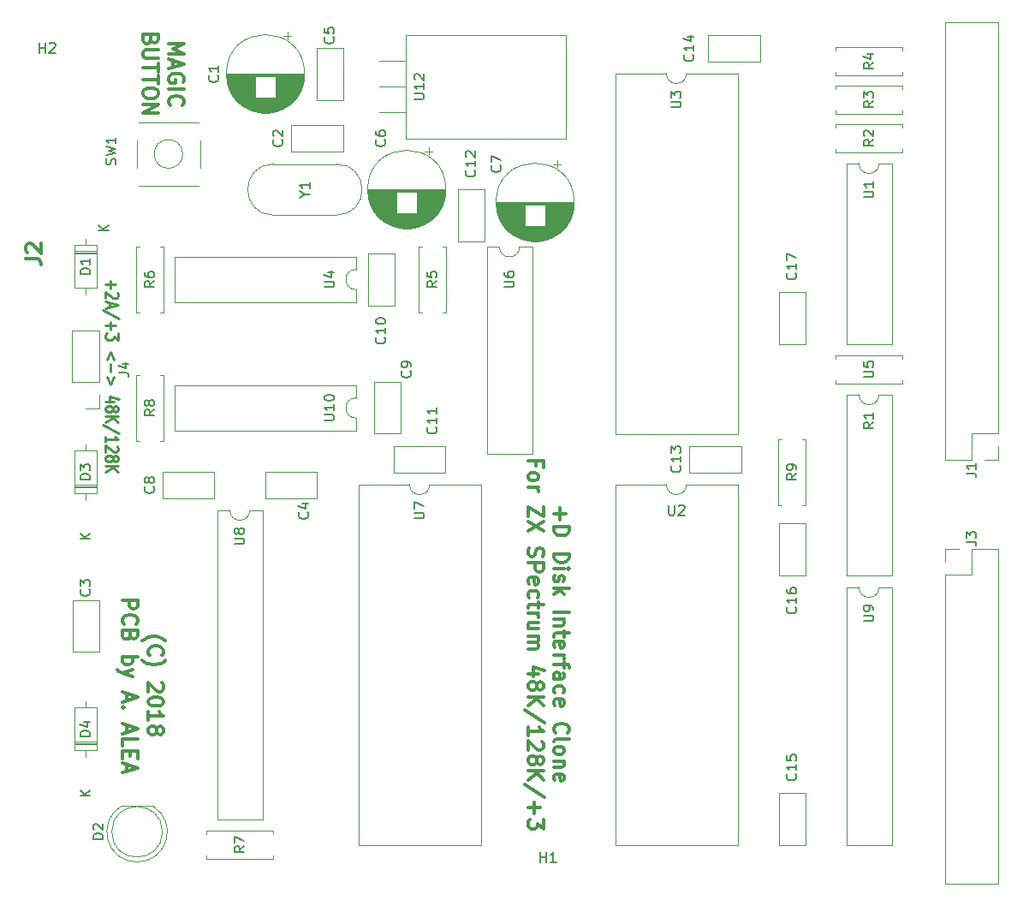
<source format=gbr>
G04 #@! TF.GenerationSoftware,KiCad,Pcbnew,5.0.0-rc2-be01b52~65~ubuntu18.04.1*
G04 #@! TF.CreationDate,2018-06-09T19:25:23+04:00*
G04 #@! TF.ProjectId,plusd,706C7573642E6B696361645F70636200,rev?*
G04 #@! TF.SameCoordinates,Original*
G04 #@! TF.FileFunction,Legend,Top*
G04 #@! TF.FilePolarity,Positive*
%FSLAX46Y46*%
G04 Gerber Fmt 4.6, Leading zero omitted, Abs format (unit mm)*
G04 Created by KiCad (PCBNEW 5.0.0-rc2-be01b52~65~ubuntu18.04.1) date Sat Jun  9 19:25:23 2018*
%MOMM*%
%LPD*%
G01*
G04 APERTURE LIST*
%ADD10C,0.300000*%
%ADD11C,0.250000*%
%ADD12C,0.120000*%
%ADD13C,0.150000*%
%ADD14C,0.304800*%
G04 APERTURE END LIST*
D10*
X51396428Y-40180000D02*
X52896428Y-40180000D01*
X51825000Y-40680000D01*
X52896428Y-41180000D01*
X51396428Y-41180000D01*
X51825000Y-41822857D02*
X51825000Y-42537142D01*
X51396428Y-41680000D02*
X52896428Y-42180000D01*
X51396428Y-42680000D01*
X52825000Y-43965714D02*
X52896428Y-43822857D01*
X52896428Y-43608571D01*
X52825000Y-43394285D01*
X52682142Y-43251428D01*
X52539285Y-43180000D01*
X52253571Y-43108571D01*
X52039285Y-43108571D01*
X51753571Y-43180000D01*
X51610714Y-43251428D01*
X51467857Y-43394285D01*
X51396428Y-43608571D01*
X51396428Y-43751428D01*
X51467857Y-43965714D01*
X51539285Y-44037142D01*
X52039285Y-44037142D01*
X52039285Y-43751428D01*
X51396428Y-44680000D02*
X52896428Y-44680000D01*
X51539285Y-46251428D02*
X51467857Y-46180000D01*
X51396428Y-45965714D01*
X51396428Y-45822857D01*
X51467857Y-45608571D01*
X51610714Y-45465714D01*
X51753571Y-45394285D01*
X52039285Y-45322857D01*
X52253571Y-45322857D01*
X52539285Y-45394285D01*
X52682142Y-45465714D01*
X52825000Y-45608571D01*
X52896428Y-45822857D01*
X52896428Y-45965714D01*
X52825000Y-46180000D01*
X52753571Y-46251428D01*
X49632142Y-39787142D02*
X49560714Y-40001428D01*
X49489285Y-40072857D01*
X49346428Y-40144285D01*
X49132142Y-40144285D01*
X48989285Y-40072857D01*
X48917857Y-40001428D01*
X48846428Y-39858571D01*
X48846428Y-39287142D01*
X50346428Y-39287142D01*
X50346428Y-39787142D01*
X50275000Y-39930000D01*
X50203571Y-40001428D01*
X50060714Y-40072857D01*
X49917857Y-40072857D01*
X49775000Y-40001428D01*
X49703571Y-39930000D01*
X49632142Y-39787142D01*
X49632142Y-39287142D01*
X50346428Y-40787142D02*
X49132142Y-40787142D01*
X48989285Y-40858571D01*
X48917857Y-40930000D01*
X48846428Y-41072857D01*
X48846428Y-41358571D01*
X48917857Y-41501428D01*
X48989285Y-41572857D01*
X49132142Y-41644285D01*
X50346428Y-41644285D01*
X50346428Y-42144285D02*
X50346428Y-43001428D01*
X48846428Y-42572857D02*
X50346428Y-42572857D01*
X50346428Y-43287142D02*
X50346428Y-44144285D01*
X48846428Y-43715714D02*
X50346428Y-43715714D01*
X50346428Y-44930000D02*
X50346428Y-45215714D01*
X50275000Y-45358571D01*
X50132142Y-45501428D01*
X49846428Y-45572857D01*
X49346428Y-45572857D01*
X49060714Y-45501428D01*
X48917857Y-45358571D01*
X48846428Y-45215714D01*
X48846428Y-44930000D01*
X48917857Y-44787142D01*
X49060714Y-44644285D01*
X49346428Y-44572857D01*
X49846428Y-44572857D01*
X50132142Y-44644285D01*
X50275000Y-44787142D01*
X50346428Y-44930000D01*
X48846428Y-46215714D02*
X50346428Y-46215714D01*
X48846428Y-47072857D01*
X50346428Y-47072857D01*
D11*
X45630714Y-63596428D02*
X45630714Y-64358333D01*
X45154523Y-63977380D02*
X46106904Y-63977380D01*
X46285476Y-64786904D02*
X46345000Y-64834523D01*
X46404523Y-64929761D01*
X46404523Y-65167857D01*
X46345000Y-65263095D01*
X46285476Y-65310714D01*
X46166428Y-65358333D01*
X46047380Y-65358333D01*
X45868809Y-65310714D01*
X45154523Y-64739285D01*
X45154523Y-65358333D01*
X45511666Y-65739285D02*
X45511666Y-66215476D01*
X45154523Y-65644047D02*
X46404523Y-65977380D01*
X45154523Y-66310714D01*
X46464047Y-67358333D02*
X44856904Y-66501190D01*
X45630714Y-67691666D02*
X45630714Y-68453571D01*
X45154523Y-68072619D02*
X46106904Y-68072619D01*
X46404523Y-68834523D02*
X46404523Y-69453571D01*
X45928333Y-69120238D01*
X45928333Y-69263095D01*
X45868809Y-69358333D01*
X45809285Y-69405952D01*
X45690238Y-69453571D01*
X45392619Y-69453571D01*
X45273571Y-69405952D01*
X45214047Y-69358333D01*
X45154523Y-69263095D01*
X45154523Y-68977380D01*
X45214047Y-68882142D01*
X45273571Y-68834523D01*
X45987857Y-71405952D02*
X45630714Y-70644047D01*
X45273571Y-71405952D01*
X45630714Y-71882142D02*
X45630714Y-72644047D01*
X45987857Y-73120238D02*
X45630714Y-73882142D01*
X45273571Y-73120238D01*
X45987857Y-75548809D02*
X45154523Y-75548809D01*
X46464047Y-75310714D02*
X45571190Y-75072619D01*
X45571190Y-75691666D01*
X45868809Y-76215476D02*
X45928333Y-76120238D01*
X45987857Y-76072619D01*
X46106904Y-76025000D01*
X46166428Y-76025000D01*
X46285476Y-76072619D01*
X46345000Y-76120238D01*
X46404523Y-76215476D01*
X46404523Y-76405952D01*
X46345000Y-76501190D01*
X46285476Y-76548809D01*
X46166428Y-76596428D01*
X46106904Y-76596428D01*
X45987857Y-76548809D01*
X45928333Y-76501190D01*
X45868809Y-76405952D01*
X45868809Y-76215476D01*
X45809285Y-76120238D01*
X45749761Y-76072619D01*
X45630714Y-76025000D01*
X45392619Y-76025000D01*
X45273571Y-76072619D01*
X45214047Y-76120238D01*
X45154523Y-76215476D01*
X45154523Y-76405952D01*
X45214047Y-76501190D01*
X45273571Y-76548809D01*
X45392619Y-76596428D01*
X45630714Y-76596428D01*
X45749761Y-76548809D01*
X45809285Y-76501190D01*
X45868809Y-76405952D01*
X45154523Y-77025000D02*
X46404523Y-77025000D01*
X45154523Y-77596428D02*
X45868809Y-77167857D01*
X46404523Y-77596428D02*
X45690238Y-77025000D01*
X46464047Y-78739285D02*
X44856904Y-77882142D01*
X45154523Y-79596428D02*
X45154523Y-79025000D01*
X45154523Y-79310714D02*
X46404523Y-79310714D01*
X46225952Y-79215476D01*
X46106904Y-79120238D01*
X46047380Y-79025000D01*
X46285476Y-79977380D02*
X46345000Y-80025000D01*
X46404523Y-80120238D01*
X46404523Y-80358333D01*
X46345000Y-80453571D01*
X46285476Y-80501190D01*
X46166428Y-80548809D01*
X46047380Y-80548809D01*
X45868809Y-80501190D01*
X45154523Y-79929761D01*
X45154523Y-80548809D01*
X45868809Y-81120238D02*
X45928333Y-81025000D01*
X45987857Y-80977380D01*
X46106904Y-80929761D01*
X46166428Y-80929761D01*
X46285476Y-80977380D01*
X46345000Y-81025000D01*
X46404523Y-81120238D01*
X46404523Y-81310714D01*
X46345000Y-81405952D01*
X46285476Y-81453571D01*
X46166428Y-81501190D01*
X46106904Y-81501190D01*
X45987857Y-81453571D01*
X45928333Y-81405952D01*
X45868809Y-81310714D01*
X45868809Y-81120238D01*
X45809285Y-81025000D01*
X45749761Y-80977380D01*
X45630714Y-80929761D01*
X45392619Y-80929761D01*
X45273571Y-80977380D01*
X45214047Y-81025000D01*
X45154523Y-81120238D01*
X45154523Y-81310714D01*
X45214047Y-81405952D01*
X45273571Y-81453571D01*
X45392619Y-81501190D01*
X45630714Y-81501190D01*
X45749761Y-81453571D01*
X45809285Y-81405952D01*
X45868809Y-81310714D01*
X45154523Y-81929761D02*
X46404523Y-81929761D01*
X45154523Y-82501190D02*
X45868809Y-82072619D01*
X46404523Y-82501190D02*
X45690238Y-81929761D01*
D10*
X48793000Y-99239142D02*
X48864428Y-99167714D01*
X49078714Y-99024857D01*
X49221571Y-98953428D01*
X49435857Y-98882000D01*
X49793000Y-98810571D01*
X50078714Y-98810571D01*
X50435857Y-98882000D01*
X50650142Y-98953428D01*
X50793000Y-99024857D01*
X51007285Y-99167714D01*
X51078714Y-99239142D01*
X49507285Y-100667714D02*
X49435857Y-100596285D01*
X49364428Y-100382000D01*
X49364428Y-100239142D01*
X49435857Y-100024857D01*
X49578714Y-99882000D01*
X49721571Y-99810571D01*
X50007285Y-99739142D01*
X50221571Y-99739142D01*
X50507285Y-99810571D01*
X50650142Y-99882000D01*
X50793000Y-100024857D01*
X50864428Y-100239142D01*
X50864428Y-100382000D01*
X50793000Y-100596285D01*
X50721571Y-100667714D01*
X48793000Y-101167714D02*
X48864428Y-101239142D01*
X49078714Y-101382000D01*
X49221571Y-101453428D01*
X49435857Y-101524857D01*
X49793000Y-101596285D01*
X50078714Y-101596285D01*
X50435857Y-101524857D01*
X50650142Y-101453428D01*
X50793000Y-101382000D01*
X51007285Y-101239142D01*
X51078714Y-101167714D01*
X50721571Y-103382000D02*
X50793000Y-103453428D01*
X50864428Y-103596285D01*
X50864428Y-103953428D01*
X50793000Y-104096285D01*
X50721571Y-104167714D01*
X50578714Y-104239142D01*
X50435857Y-104239142D01*
X50221571Y-104167714D01*
X49364428Y-103310571D01*
X49364428Y-104239142D01*
X50864428Y-105167714D02*
X50864428Y-105310571D01*
X50793000Y-105453428D01*
X50721571Y-105524857D01*
X50578714Y-105596285D01*
X50293000Y-105667714D01*
X49935857Y-105667714D01*
X49650142Y-105596285D01*
X49507285Y-105524857D01*
X49435857Y-105453428D01*
X49364428Y-105310571D01*
X49364428Y-105167714D01*
X49435857Y-105024857D01*
X49507285Y-104953428D01*
X49650142Y-104882000D01*
X49935857Y-104810571D01*
X50293000Y-104810571D01*
X50578714Y-104882000D01*
X50721571Y-104953428D01*
X50793000Y-105024857D01*
X50864428Y-105167714D01*
X49364428Y-107096285D02*
X49364428Y-106239142D01*
X49364428Y-106667714D02*
X50864428Y-106667714D01*
X50650142Y-106524857D01*
X50507285Y-106382000D01*
X50435857Y-106239142D01*
X50221571Y-107953428D02*
X50293000Y-107810571D01*
X50364428Y-107739142D01*
X50507285Y-107667714D01*
X50578714Y-107667714D01*
X50721571Y-107739142D01*
X50793000Y-107810571D01*
X50864428Y-107953428D01*
X50864428Y-108239142D01*
X50793000Y-108382000D01*
X50721571Y-108453428D01*
X50578714Y-108524857D01*
X50507285Y-108524857D01*
X50364428Y-108453428D01*
X50293000Y-108382000D01*
X50221571Y-108239142D01*
X50221571Y-107953428D01*
X50150142Y-107810571D01*
X50078714Y-107739142D01*
X49935857Y-107667714D01*
X49650142Y-107667714D01*
X49507285Y-107739142D01*
X49435857Y-107810571D01*
X49364428Y-107953428D01*
X49364428Y-108239142D01*
X49435857Y-108382000D01*
X49507285Y-108453428D01*
X49650142Y-108524857D01*
X49935857Y-108524857D01*
X50078714Y-108453428D01*
X50150142Y-108382000D01*
X50221571Y-108239142D01*
X46814428Y-95203428D02*
X48314428Y-95203428D01*
X48314428Y-95774857D01*
X48243000Y-95917714D01*
X48171571Y-95989142D01*
X48028714Y-96060571D01*
X47814428Y-96060571D01*
X47671571Y-95989142D01*
X47600142Y-95917714D01*
X47528714Y-95774857D01*
X47528714Y-95203428D01*
X46957285Y-97560571D02*
X46885857Y-97489142D01*
X46814428Y-97274857D01*
X46814428Y-97132000D01*
X46885857Y-96917714D01*
X47028714Y-96774857D01*
X47171571Y-96703428D01*
X47457285Y-96632000D01*
X47671571Y-96632000D01*
X47957285Y-96703428D01*
X48100142Y-96774857D01*
X48243000Y-96917714D01*
X48314428Y-97132000D01*
X48314428Y-97274857D01*
X48243000Y-97489142D01*
X48171571Y-97560571D01*
X47600142Y-98703428D02*
X47528714Y-98917714D01*
X47457285Y-98989142D01*
X47314428Y-99060571D01*
X47100142Y-99060571D01*
X46957285Y-98989142D01*
X46885857Y-98917714D01*
X46814428Y-98774857D01*
X46814428Y-98203428D01*
X48314428Y-98203428D01*
X48314428Y-98703428D01*
X48243000Y-98846285D01*
X48171571Y-98917714D01*
X48028714Y-98989142D01*
X47885857Y-98989142D01*
X47743000Y-98917714D01*
X47671571Y-98846285D01*
X47600142Y-98703428D01*
X47600142Y-98203428D01*
X46814428Y-100846285D02*
X48314428Y-100846285D01*
X47743000Y-100846285D02*
X47814428Y-100989142D01*
X47814428Y-101274857D01*
X47743000Y-101417714D01*
X47671571Y-101489142D01*
X47528714Y-101560571D01*
X47100142Y-101560571D01*
X46957285Y-101489142D01*
X46885857Y-101417714D01*
X46814428Y-101274857D01*
X46814428Y-100989142D01*
X46885857Y-100846285D01*
X47814428Y-102060571D02*
X46814428Y-102417714D01*
X47814428Y-102774857D02*
X46814428Y-102417714D01*
X46457285Y-102274857D01*
X46385857Y-102203428D01*
X46314428Y-102060571D01*
X47243000Y-104417714D02*
X47243000Y-105132000D01*
X46814428Y-104274857D02*
X48314428Y-104774857D01*
X46814428Y-105274857D01*
X46957285Y-105774857D02*
X46885857Y-105846285D01*
X46814428Y-105774857D01*
X46885857Y-105703428D01*
X46957285Y-105774857D01*
X46814428Y-105774857D01*
X47243000Y-107560571D02*
X47243000Y-108274857D01*
X46814428Y-107417714D02*
X48314428Y-107917714D01*
X46814428Y-108417714D01*
X46814428Y-109632000D02*
X46814428Y-108917714D01*
X48314428Y-108917714D01*
X47600142Y-110132000D02*
X47600142Y-110632000D01*
X46814428Y-110846285D02*
X46814428Y-110132000D01*
X48314428Y-110132000D01*
X48314428Y-110846285D01*
X47243000Y-111417714D02*
X47243000Y-112132000D01*
X46814428Y-111274857D02*
X48314428Y-111774857D01*
X46814428Y-112274857D01*
X90067857Y-86103714D02*
X90067857Y-87246571D01*
X89496428Y-86675142D02*
X90639285Y-86675142D01*
X89496428Y-87960857D02*
X90996428Y-87960857D01*
X90996428Y-88318000D01*
X90925000Y-88532285D01*
X90782142Y-88675142D01*
X90639285Y-88746571D01*
X90353571Y-88818000D01*
X90139285Y-88818000D01*
X89853571Y-88746571D01*
X89710714Y-88675142D01*
X89567857Y-88532285D01*
X89496428Y-88318000D01*
X89496428Y-87960857D01*
X89496428Y-90603714D02*
X90996428Y-90603714D01*
X90996428Y-90960857D01*
X90925000Y-91175142D01*
X90782142Y-91318000D01*
X90639285Y-91389428D01*
X90353571Y-91460857D01*
X90139285Y-91460857D01*
X89853571Y-91389428D01*
X89710714Y-91318000D01*
X89567857Y-91175142D01*
X89496428Y-90960857D01*
X89496428Y-90603714D01*
X89496428Y-92103714D02*
X90496428Y-92103714D01*
X90996428Y-92103714D02*
X90925000Y-92032285D01*
X90853571Y-92103714D01*
X90925000Y-92175142D01*
X90996428Y-92103714D01*
X90853571Y-92103714D01*
X89567857Y-92746571D02*
X89496428Y-92889428D01*
X89496428Y-93175142D01*
X89567857Y-93318000D01*
X89710714Y-93389428D01*
X89782142Y-93389428D01*
X89925000Y-93318000D01*
X89996428Y-93175142D01*
X89996428Y-92960857D01*
X90067857Y-92818000D01*
X90210714Y-92746571D01*
X90282142Y-92746571D01*
X90425000Y-92818000D01*
X90496428Y-92960857D01*
X90496428Y-93175142D01*
X90425000Y-93318000D01*
X89496428Y-94032285D02*
X90996428Y-94032285D01*
X90067857Y-94175142D02*
X89496428Y-94603714D01*
X90496428Y-94603714D02*
X89925000Y-94032285D01*
X89496428Y-96389428D02*
X90996428Y-96389428D01*
X90496428Y-97103714D02*
X89496428Y-97103714D01*
X90353571Y-97103714D02*
X90425000Y-97175142D01*
X90496428Y-97318000D01*
X90496428Y-97532285D01*
X90425000Y-97675142D01*
X90282142Y-97746571D01*
X89496428Y-97746571D01*
X90496428Y-98246571D02*
X90496428Y-98818000D01*
X90996428Y-98460857D02*
X89710714Y-98460857D01*
X89567857Y-98532285D01*
X89496428Y-98675142D01*
X89496428Y-98818000D01*
X89567857Y-99889428D02*
X89496428Y-99746571D01*
X89496428Y-99460857D01*
X89567857Y-99318000D01*
X89710714Y-99246571D01*
X90282142Y-99246571D01*
X90425000Y-99318000D01*
X90496428Y-99460857D01*
X90496428Y-99746571D01*
X90425000Y-99889428D01*
X90282142Y-99960857D01*
X90139285Y-99960857D01*
X89996428Y-99246571D01*
X89496428Y-100603714D02*
X90496428Y-100603714D01*
X90210714Y-100603714D02*
X90353571Y-100675142D01*
X90425000Y-100746571D01*
X90496428Y-100889428D01*
X90496428Y-101032285D01*
X90496428Y-101318000D02*
X90496428Y-101889428D01*
X89496428Y-101532285D02*
X90782142Y-101532285D01*
X90925000Y-101603714D01*
X90996428Y-101746571D01*
X90996428Y-101889428D01*
X89496428Y-103032285D02*
X90282142Y-103032285D01*
X90425000Y-102960857D01*
X90496428Y-102818000D01*
X90496428Y-102532285D01*
X90425000Y-102389428D01*
X89567857Y-103032285D02*
X89496428Y-102889428D01*
X89496428Y-102532285D01*
X89567857Y-102389428D01*
X89710714Y-102318000D01*
X89853571Y-102318000D01*
X89996428Y-102389428D01*
X90067857Y-102532285D01*
X90067857Y-102889428D01*
X90139285Y-103032285D01*
X89567857Y-104389428D02*
X89496428Y-104246571D01*
X89496428Y-103960857D01*
X89567857Y-103818000D01*
X89639285Y-103746571D01*
X89782142Y-103675142D01*
X90210714Y-103675142D01*
X90353571Y-103746571D01*
X90425000Y-103818000D01*
X90496428Y-103960857D01*
X90496428Y-104246571D01*
X90425000Y-104389428D01*
X89567857Y-105603714D02*
X89496428Y-105460857D01*
X89496428Y-105175142D01*
X89567857Y-105032285D01*
X89710714Y-104960857D01*
X90282142Y-104960857D01*
X90425000Y-105032285D01*
X90496428Y-105175142D01*
X90496428Y-105460857D01*
X90425000Y-105603714D01*
X90282142Y-105675142D01*
X90139285Y-105675142D01*
X89996428Y-104960857D01*
X89639285Y-108318000D02*
X89567857Y-108246571D01*
X89496428Y-108032285D01*
X89496428Y-107889428D01*
X89567857Y-107675142D01*
X89710714Y-107532285D01*
X89853571Y-107460857D01*
X90139285Y-107389428D01*
X90353571Y-107389428D01*
X90639285Y-107460857D01*
X90782142Y-107532285D01*
X90925000Y-107675142D01*
X90996428Y-107889428D01*
X90996428Y-108032285D01*
X90925000Y-108246571D01*
X90853571Y-108318000D01*
X89496428Y-109175142D02*
X89567857Y-109032285D01*
X89710714Y-108960857D01*
X90996428Y-108960857D01*
X89496428Y-109960857D02*
X89567857Y-109818000D01*
X89639285Y-109746571D01*
X89782142Y-109675142D01*
X90210714Y-109675142D01*
X90353571Y-109746571D01*
X90425000Y-109818000D01*
X90496428Y-109960857D01*
X90496428Y-110175142D01*
X90425000Y-110318000D01*
X90353571Y-110389428D01*
X90210714Y-110460857D01*
X89782142Y-110460857D01*
X89639285Y-110389428D01*
X89567857Y-110318000D01*
X89496428Y-110175142D01*
X89496428Y-109960857D01*
X90496428Y-111103714D02*
X89496428Y-111103714D01*
X90353571Y-111103714D02*
X90425000Y-111175142D01*
X90496428Y-111318000D01*
X90496428Y-111532285D01*
X90425000Y-111675142D01*
X90282142Y-111746571D01*
X89496428Y-111746571D01*
X89567857Y-113032285D02*
X89496428Y-112889428D01*
X89496428Y-112603714D01*
X89567857Y-112460857D01*
X89710714Y-112389428D01*
X90282142Y-112389428D01*
X90425000Y-112460857D01*
X90496428Y-112603714D01*
X90496428Y-112889428D01*
X90425000Y-113032285D01*
X90282142Y-113103714D01*
X90139285Y-113103714D01*
X89996428Y-112389428D01*
X87732142Y-81889428D02*
X87732142Y-81389428D01*
X86946428Y-81389428D02*
X88446428Y-81389428D01*
X88446428Y-82103714D01*
X86946428Y-82889428D02*
X87017857Y-82746571D01*
X87089285Y-82675142D01*
X87232142Y-82603714D01*
X87660714Y-82603714D01*
X87803571Y-82675142D01*
X87875000Y-82746571D01*
X87946428Y-82889428D01*
X87946428Y-83103714D01*
X87875000Y-83246571D01*
X87803571Y-83318000D01*
X87660714Y-83389428D01*
X87232142Y-83389428D01*
X87089285Y-83318000D01*
X87017857Y-83246571D01*
X86946428Y-83103714D01*
X86946428Y-82889428D01*
X86946428Y-84032285D02*
X87946428Y-84032285D01*
X87660714Y-84032285D02*
X87803571Y-84103714D01*
X87875000Y-84175142D01*
X87946428Y-84318000D01*
X87946428Y-84460857D01*
X88446428Y-85960857D02*
X88446428Y-86960857D01*
X86946428Y-85960857D01*
X86946428Y-86960857D01*
X88446428Y-87389428D02*
X86946428Y-88389428D01*
X88446428Y-88389428D02*
X86946428Y-87389428D01*
X87017857Y-90032285D02*
X86946428Y-90246571D01*
X86946428Y-90603714D01*
X87017857Y-90746571D01*
X87089285Y-90818000D01*
X87232142Y-90889428D01*
X87375000Y-90889428D01*
X87517857Y-90818000D01*
X87589285Y-90746571D01*
X87660714Y-90603714D01*
X87732142Y-90318000D01*
X87803571Y-90175142D01*
X87875000Y-90103714D01*
X88017857Y-90032285D01*
X88160714Y-90032285D01*
X88303571Y-90103714D01*
X88375000Y-90175142D01*
X88446428Y-90318000D01*
X88446428Y-90675142D01*
X88375000Y-90889428D01*
X86946428Y-91532285D02*
X88446428Y-91532285D01*
X88446428Y-92103714D01*
X88375000Y-92246571D01*
X88303571Y-92318000D01*
X88160714Y-92389428D01*
X87946428Y-92389428D01*
X87803571Y-92318000D01*
X87732142Y-92246571D01*
X87660714Y-92103714D01*
X87660714Y-91532285D01*
X87017857Y-93603714D02*
X86946428Y-93460857D01*
X86946428Y-93175142D01*
X87017857Y-93032285D01*
X87160714Y-92960857D01*
X87732142Y-92960857D01*
X87875000Y-93032285D01*
X87946428Y-93175142D01*
X87946428Y-93460857D01*
X87875000Y-93603714D01*
X87732142Y-93675142D01*
X87589285Y-93675142D01*
X87446428Y-92960857D01*
X87017857Y-94960857D02*
X86946428Y-94818000D01*
X86946428Y-94532285D01*
X87017857Y-94389428D01*
X87089285Y-94318000D01*
X87232142Y-94246571D01*
X87660714Y-94246571D01*
X87803571Y-94318000D01*
X87875000Y-94389428D01*
X87946428Y-94532285D01*
X87946428Y-94818000D01*
X87875000Y-94960857D01*
X87946428Y-95389428D02*
X87946428Y-95960857D01*
X88446428Y-95603714D02*
X87160714Y-95603714D01*
X87017857Y-95675142D01*
X86946428Y-95818000D01*
X86946428Y-95960857D01*
X86946428Y-96460857D02*
X87946428Y-96460857D01*
X87660714Y-96460857D02*
X87803571Y-96532285D01*
X87875000Y-96603714D01*
X87946428Y-96746571D01*
X87946428Y-96889428D01*
X87946428Y-98032285D02*
X86946428Y-98032285D01*
X87946428Y-97389428D02*
X87160714Y-97389428D01*
X87017857Y-97460857D01*
X86946428Y-97603714D01*
X86946428Y-97818000D01*
X87017857Y-97960857D01*
X87089285Y-98032285D01*
X86946428Y-98746571D02*
X87946428Y-98746571D01*
X87803571Y-98746571D02*
X87875000Y-98818000D01*
X87946428Y-98960857D01*
X87946428Y-99175142D01*
X87875000Y-99318000D01*
X87732142Y-99389428D01*
X86946428Y-99389428D01*
X87732142Y-99389428D02*
X87875000Y-99460857D01*
X87946428Y-99603714D01*
X87946428Y-99818000D01*
X87875000Y-99960857D01*
X87732142Y-100032285D01*
X86946428Y-100032285D01*
X87946428Y-102532285D02*
X86946428Y-102532285D01*
X88517857Y-102175142D02*
X87446428Y-101818000D01*
X87446428Y-102746571D01*
X87803571Y-103532285D02*
X87875000Y-103389428D01*
X87946428Y-103318000D01*
X88089285Y-103246571D01*
X88160714Y-103246571D01*
X88303571Y-103318000D01*
X88375000Y-103389428D01*
X88446428Y-103532285D01*
X88446428Y-103818000D01*
X88375000Y-103960857D01*
X88303571Y-104032285D01*
X88160714Y-104103714D01*
X88089285Y-104103714D01*
X87946428Y-104032285D01*
X87875000Y-103960857D01*
X87803571Y-103818000D01*
X87803571Y-103532285D01*
X87732142Y-103389428D01*
X87660714Y-103318000D01*
X87517857Y-103246571D01*
X87232142Y-103246571D01*
X87089285Y-103318000D01*
X87017857Y-103389428D01*
X86946428Y-103532285D01*
X86946428Y-103818000D01*
X87017857Y-103960857D01*
X87089285Y-104032285D01*
X87232142Y-104103714D01*
X87517857Y-104103714D01*
X87660714Y-104032285D01*
X87732142Y-103960857D01*
X87803571Y-103818000D01*
X86946428Y-104746571D02*
X88446428Y-104746571D01*
X86946428Y-105603714D02*
X87803571Y-104960857D01*
X88446428Y-105603714D02*
X87589285Y-104746571D01*
X88517857Y-107318000D02*
X86589285Y-106032285D01*
X86946428Y-108603714D02*
X86946428Y-107746571D01*
X86946428Y-108175142D02*
X88446428Y-108175142D01*
X88232142Y-108032285D01*
X88089285Y-107889428D01*
X88017857Y-107746571D01*
X88303571Y-109175142D02*
X88375000Y-109246571D01*
X88446428Y-109389428D01*
X88446428Y-109746571D01*
X88375000Y-109889428D01*
X88303571Y-109960857D01*
X88160714Y-110032285D01*
X88017857Y-110032285D01*
X87803571Y-109960857D01*
X86946428Y-109103714D01*
X86946428Y-110032285D01*
X87803571Y-110889428D02*
X87875000Y-110746571D01*
X87946428Y-110675142D01*
X88089285Y-110603714D01*
X88160714Y-110603714D01*
X88303571Y-110675142D01*
X88375000Y-110746571D01*
X88446428Y-110889428D01*
X88446428Y-111175142D01*
X88375000Y-111318000D01*
X88303571Y-111389428D01*
X88160714Y-111460857D01*
X88089285Y-111460857D01*
X87946428Y-111389428D01*
X87875000Y-111318000D01*
X87803571Y-111175142D01*
X87803571Y-110889428D01*
X87732142Y-110746571D01*
X87660714Y-110675142D01*
X87517857Y-110603714D01*
X87232142Y-110603714D01*
X87089285Y-110675142D01*
X87017857Y-110746571D01*
X86946428Y-110889428D01*
X86946428Y-111175142D01*
X87017857Y-111318000D01*
X87089285Y-111389428D01*
X87232142Y-111460857D01*
X87517857Y-111460857D01*
X87660714Y-111389428D01*
X87732142Y-111318000D01*
X87803571Y-111175142D01*
X86946428Y-112103714D02*
X88446428Y-112103714D01*
X86946428Y-112960857D02*
X87803571Y-112318000D01*
X88446428Y-112960857D02*
X87589285Y-112103714D01*
X88517857Y-114675142D02*
X86589285Y-113389428D01*
X87517857Y-115175142D02*
X87517857Y-116318000D01*
X86946428Y-115746571D02*
X88089285Y-115746571D01*
X88446428Y-116889428D02*
X88446428Y-117818000D01*
X87875000Y-117318000D01*
X87875000Y-117532285D01*
X87803571Y-117675142D01*
X87732142Y-117746571D01*
X87589285Y-117818000D01*
X87232142Y-117818000D01*
X87089285Y-117746571D01*
X87017857Y-117675142D01*
X86946428Y-117532285D01*
X86946428Y-117103714D01*
X87017857Y-116960857D01*
X87089285Y-116889428D01*
D12*
G04 #@! TO.C,U12*
X74810000Y-46990000D02*
X72186000Y-46990000D01*
X74810000Y-44450000D02*
X72186000Y-44450000D01*
X74810000Y-41910000D02*
X72170000Y-41910000D01*
X90700000Y-49570000D02*
X74810000Y-49570000D01*
X90700000Y-39330000D02*
X74810000Y-39330000D01*
X90700000Y-39330000D02*
X90700000Y-49570000D01*
X74810000Y-39330000D02*
X74810000Y-49570000D01*
G04 #@! TO.C,C1*
X64830000Y-43160000D02*
G75*
G03X64830000Y-43160000I-3870000J0D01*
G01*
X64790000Y-43160000D02*
X57130000Y-43160000D01*
X64790000Y-43200000D02*
X57130000Y-43200000D01*
X64790000Y-43240000D02*
X57130000Y-43240000D01*
X64789000Y-43280000D02*
X57131000Y-43280000D01*
X64787000Y-43320000D02*
X57133000Y-43320000D01*
X64785000Y-43360000D02*
X57135000Y-43360000D01*
X64783000Y-43400000D02*
X62000000Y-43400000D01*
X59920000Y-43400000D02*
X57137000Y-43400000D01*
X64780000Y-43440000D02*
X62000000Y-43440000D01*
X59920000Y-43440000D02*
X57140000Y-43440000D01*
X64777000Y-43480000D02*
X62000000Y-43480000D01*
X59920000Y-43480000D02*
X57143000Y-43480000D01*
X64774000Y-43520000D02*
X62000000Y-43520000D01*
X59920000Y-43520000D02*
X57146000Y-43520000D01*
X64770000Y-43560000D02*
X62000000Y-43560000D01*
X59920000Y-43560000D02*
X57150000Y-43560000D01*
X64765000Y-43600000D02*
X62000000Y-43600000D01*
X59920000Y-43600000D02*
X57155000Y-43600000D01*
X64761000Y-43640000D02*
X62000000Y-43640000D01*
X59920000Y-43640000D02*
X57159000Y-43640000D01*
X64755000Y-43680000D02*
X62000000Y-43680000D01*
X59920000Y-43680000D02*
X57165000Y-43680000D01*
X64750000Y-43720000D02*
X62000000Y-43720000D01*
X59920000Y-43720000D02*
X57170000Y-43720000D01*
X64744000Y-43760000D02*
X62000000Y-43760000D01*
X59920000Y-43760000D02*
X57176000Y-43760000D01*
X64737000Y-43800000D02*
X62000000Y-43800000D01*
X59920000Y-43800000D02*
X57183000Y-43800000D01*
X64730000Y-43840000D02*
X62000000Y-43840000D01*
X59920000Y-43840000D02*
X57190000Y-43840000D01*
X64723000Y-43881000D02*
X62000000Y-43881000D01*
X59920000Y-43881000D02*
X57197000Y-43881000D01*
X64715000Y-43921000D02*
X62000000Y-43921000D01*
X59920000Y-43921000D02*
X57205000Y-43921000D01*
X64707000Y-43961000D02*
X62000000Y-43961000D01*
X59920000Y-43961000D02*
X57213000Y-43961000D01*
X64698000Y-44001000D02*
X62000000Y-44001000D01*
X59920000Y-44001000D02*
X57222000Y-44001000D01*
X64689000Y-44041000D02*
X62000000Y-44041000D01*
X59920000Y-44041000D02*
X57231000Y-44041000D01*
X64680000Y-44081000D02*
X62000000Y-44081000D01*
X59920000Y-44081000D02*
X57240000Y-44081000D01*
X64670000Y-44121000D02*
X62000000Y-44121000D01*
X59920000Y-44121000D02*
X57250000Y-44121000D01*
X64659000Y-44161000D02*
X62000000Y-44161000D01*
X59920000Y-44161000D02*
X57261000Y-44161000D01*
X64648000Y-44201000D02*
X62000000Y-44201000D01*
X59920000Y-44201000D02*
X57272000Y-44201000D01*
X64637000Y-44241000D02*
X62000000Y-44241000D01*
X59920000Y-44241000D02*
X57283000Y-44241000D01*
X64625000Y-44281000D02*
X62000000Y-44281000D01*
X59920000Y-44281000D02*
X57295000Y-44281000D01*
X64613000Y-44321000D02*
X62000000Y-44321000D01*
X59920000Y-44321000D02*
X57307000Y-44321000D01*
X64600000Y-44361000D02*
X62000000Y-44361000D01*
X59920000Y-44361000D02*
X57320000Y-44361000D01*
X64586000Y-44401000D02*
X62000000Y-44401000D01*
X59920000Y-44401000D02*
X57334000Y-44401000D01*
X64573000Y-44441000D02*
X62000000Y-44441000D01*
X59920000Y-44441000D02*
X57347000Y-44441000D01*
X64558000Y-44481000D02*
X62000000Y-44481000D01*
X59920000Y-44481000D02*
X57362000Y-44481000D01*
X64544000Y-44521000D02*
X62000000Y-44521000D01*
X59920000Y-44521000D02*
X57376000Y-44521000D01*
X64528000Y-44561000D02*
X62000000Y-44561000D01*
X59920000Y-44561000D02*
X57392000Y-44561000D01*
X64513000Y-44601000D02*
X62000000Y-44601000D01*
X59920000Y-44601000D02*
X57407000Y-44601000D01*
X64496000Y-44641000D02*
X62000000Y-44641000D01*
X59920000Y-44641000D02*
X57424000Y-44641000D01*
X64480000Y-44681000D02*
X62000000Y-44681000D01*
X59920000Y-44681000D02*
X57440000Y-44681000D01*
X64462000Y-44721000D02*
X62000000Y-44721000D01*
X59920000Y-44721000D02*
X57458000Y-44721000D01*
X64444000Y-44761000D02*
X62000000Y-44761000D01*
X59920000Y-44761000D02*
X57476000Y-44761000D01*
X64426000Y-44801000D02*
X62000000Y-44801000D01*
X59920000Y-44801000D02*
X57494000Y-44801000D01*
X64407000Y-44841000D02*
X62000000Y-44841000D01*
X59920000Y-44841000D02*
X57513000Y-44841000D01*
X64387000Y-44881000D02*
X62000000Y-44881000D01*
X59920000Y-44881000D02*
X57533000Y-44881000D01*
X64367000Y-44921000D02*
X62000000Y-44921000D01*
X59920000Y-44921000D02*
X57553000Y-44921000D01*
X64346000Y-44961000D02*
X62000000Y-44961000D01*
X59920000Y-44961000D02*
X57574000Y-44961000D01*
X64325000Y-45001000D02*
X62000000Y-45001000D01*
X59920000Y-45001000D02*
X57595000Y-45001000D01*
X64303000Y-45041000D02*
X62000000Y-45041000D01*
X59920000Y-45041000D02*
X57617000Y-45041000D01*
X64281000Y-45081000D02*
X62000000Y-45081000D01*
X59920000Y-45081000D02*
X57639000Y-45081000D01*
X64257000Y-45121000D02*
X62000000Y-45121000D01*
X59920000Y-45121000D02*
X57663000Y-45121000D01*
X64234000Y-45161000D02*
X62000000Y-45161000D01*
X59920000Y-45161000D02*
X57686000Y-45161000D01*
X64209000Y-45201000D02*
X62000000Y-45201000D01*
X59920000Y-45201000D02*
X57711000Y-45201000D01*
X64184000Y-45241000D02*
X62000000Y-45241000D01*
X59920000Y-45241000D02*
X57736000Y-45241000D01*
X64158000Y-45281000D02*
X62000000Y-45281000D01*
X59920000Y-45281000D02*
X57762000Y-45281000D01*
X64132000Y-45321000D02*
X62000000Y-45321000D01*
X59920000Y-45321000D02*
X57788000Y-45321000D01*
X64104000Y-45361000D02*
X62000000Y-45361000D01*
X59920000Y-45361000D02*
X57816000Y-45361000D01*
X64076000Y-45401000D02*
X62000000Y-45401000D01*
X59920000Y-45401000D02*
X57844000Y-45401000D01*
X64048000Y-45441000D02*
X62000000Y-45441000D01*
X59920000Y-45441000D02*
X57872000Y-45441000D01*
X64018000Y-45481000D02*
X57902000Y-45481000D01*
X63988000Y-45521000D02*
X57932000Y-45521000D01*
X63956000Y-45561000D02*
X57964000Y-45561000D01*
X63924000Y-45601000D02*
X57996000Y-45601000D01*
X63891000Y-45641000D02*
X58029000Y-45641000D01*
X63858000Y-45681000D02*
X58062000Y-45681000D01*
X63823000Y-45721000D02*
X58097000Y-45721000D01*
X63787000Y-45761000D02*
X58133000Y-45761000D01*
X63750000Y-45801000D02*
X58170000Y-45801000D01*
X63712000Y-45841000D02*
X58208000Y-45841000D01*
X63673000Y-45881000D02*
X58247000Y-45881000D01*
X63633000Y-45921000D02*
X58287000Y-45921000D01*
X63592000Y-45961000D02*
X58328000Y-45961000D01*
X63549000Y-46001000D02*
X58371000Y-46001000D01*
X63506000Y-46041000D02*
X58414000Y-46041000D01*
X63460000Y-46081000D02*
X58460000Y-46081000D01*
X63414000Y-46121000D02*
X58506000Y-46121000D01*
X63365000Y-46161000D02*
X58555000Y-46161000D01*
X63315000Y-46201000D02*
X58605000Y-46201000D01*
X63264000Y-46241000D02*
X58656000Y-46241000D01*
X63210000Y-46281000D02*
X58710000Y-46281000D01*
X63155000Y-46321000D02*
X58765000Y-46321000D01*
X63097000Y-46361000D02*
X58823000Y-46361000D01*
X63037000Y-46401000D02*
X58883000Y-46401000D01*
X62974000Y-46441000D02*
X58946000Y-46441000D01*
X62909000Y-46481000D02*
X59011000Y-46481000D01*
X62841000Y-46521000D02*
X59079000Y-46521000D01*
X62769000Y-46561000D02*
X59151000Y-46561000D01*
X62693000Y-46601000D02*
X59227000Y-46601000D01*
X62614000Y-46641000D02*
X59306000Y-46641000D01*
X62529000Y-46681000D02*
X59391000Y-46681000D01*
X62438000Y-46721000D02*
X59482000Y-46721000D01*
X62341000Y-46761000D02*
X59579000Y-46761000D01*
X62235000Y-46801000D02*
X59685000Y-46801000D01*
X62118000Y-46841000D02*
X59802000Y-46841000D01*
X61988000Y-46881000D02*
X59932000Y-46881000D01*
X61837000Y-46921000D02*
X60083000Y-46921000D01*
X61653000Y-46961000D02*
X60267000Y-46961000D01*
X61401000Y-47001000D02*
X60519000Y-47001000D01*
X63135000Y-39017789D02*
X63135000Y-39767789D01*
X63510000Y-39392789D02*
X62760000Y-39392789D01*
G04 #@! TO.C,C2*
X63500000Y-50840000D02*
X63500000Y-48220000D01*
X68620000Y-50840000D02*
X68620000Y-48220000D01*
X68620000Y-48220000D02*
X63500000Y-48220000D01*
X68620000Y-50840000D02*
X63500000Y-50840000D01*
G04 #@! TO.C,C3*
X44490000Y-95210000D02*
X44490000Y-100330000D01*
X41870000Y-95210000D02*
X41870000Y-100330000D01*
X44490000Y-95210000D02*
X41870000Y-95210000D01*
X44490000Y-100330000D02*
X41870000Y-100330000D01*
G04 #@! TO.C,C4*
X66040000Y-82510000D02*
X66040000Y-85130000D01*
X60920000Y-82510000D02*
X60920000Y-85130000D01*
X60920000Y-85130000D02*
X66040000Y-85130000D01*
X60920000Y-82510000D02*
X66040000Y-82510000D01*
G04 #@! TO.C,C5*
X66000000Y-45760000D02*
X66000000Y-40640000D01*
X68620000Y-45760000D02*
X68620000Y-40640000D01*
X66000000Y-45760000D02*
X68620000Y-45760000D01*
X66000000Y-40640000D02*
X68620000Y-40640000D01*
G04 #@! TO.C,C6*
X78800000Y-54590000D02*
G75*
G03X78800000Y-54590000I-3870000J0D01*
G01*
X78760000Y-54590000D02*
X71100000Y-54590000D01*
X78760000Y-54630000D02*
X71100000Y-54630000D01*
X78760000Y-54670000D02*
X71100000Y-54670000D01*
X78759000Y-54710000D02*
X71101000Y-54710000D01*
X78757000Y-54750000D02*
X71103000Y-54750000D01*
X78755000Y-54790000D02*
X71105000Y-54790000D01*
X78753000Y-54830000D02*
X75970000Y-54830000D01*
X73890000Y-54830000D02*
X71107000Y-54830000D01*
X78750000Y-54870000D02*
X75970000Y-54870000D01*
X73890000Y-54870000D02*
X71110000Y-54870000D01*
X78747000Y-54910000D02*
X75970000Y-54910000D01*
X73890000Y-54910000D02*
X71113000Y-54910000D01*
X78744000Y-54950000D02*
X75970000Y-54950000D01*
X73890000Y-54950000D02*
X71116000Y-54950000D01*
X78740000Y-54990000D02*
X75970000Y-54990000D01*
X73890000Y-54990000D02*
X71120000Y-54990000D01*
X78735000Y-55030000D02*
X75970000Y-55030000D01*
X73890000Y-55030000D02*
X71125000Y-55030000D01*
X78731000Y-55070000D02*
X75970000Y-55070000D01*
X73890000Y-55070000D02*
X71129000Y-55070000D01*
X78725000Y-55110000D02*
X75970000Y-55110000D01*
X73890000Y-55110000D02*
X71135000Y-55110000D01*
X78720000Y-55150000D02*
X75970000Y-55150000D01*
X73890000Y-55150000D02*
X71140000Y-55150000D01*
X78714000Y-55190000D02*
X75970000Y-55190000D01*
X73890000Y-55190000D02*
X71146000Y-55190000D01*
X78707000Y-55230000D02*
X75970000Y-55230000D01*
X73890000Y-55230000D02*
X71153000Y-55230000D01*
X78700000Y-55270000D02*
X75970000Y-55270000D01*
X73890000Y-55270000D02*
X71160000Y-55270000D01*
X78693000Y-55311000D02*
X75970000Y-55311000D01*
X73890000Y-55311000D02*
X71167000Y-55311000D01*
X78685000Y-55351000D02*
X75970000Y-55351000D01*
X73890000Y-55351000D02*
X71175000Y-55351000D01*
X78677000Y-55391000D02*
X75970000Y-55391000D01*
X73890000Y-55391000D02*
X71183000Y-55391000D01*
X78668000Y-55431000D02*
X75970000Y-55431000D01*
X73890000Y-55431000D02*
X71192000Y-55431000D01*
X78659000Y-55471000D02*
X75970000Y-55471000D01*
X73890000Y-55471000D02*
X71201000Y-55471000D01*
X78650000Y-55511000D02*
X75970000Y-55511000D01*
X73890000Y-55511000D02*
X71210000Y-55511000D01*
X78640000Y-55551000D02*
X75970000Y-55551000D01*
X73890000Y-55551000D02*
X71220000Y-55551000D01*
X78629000Y-55591000D02*
X75970000Y-55591000D01*
X73890000Y-55591000D02*
X71231000Y-55591000D01*
X78618000Y-55631000D02*
X75970000Y-55631000D01*
X73890000Y-55631000D02*
X71242000Y-55631000D01*
X78607000Y-55671000D02*
X75970000Y-55671000D01*
X73890000Y-55671000D02*
X71253000Y-55671000D01*
X78595000Y-55711000D02*
X75970000Y-55711000D01*
X73890000Y-55711000D02*
X71265000Y-55711000D01*
X78583000Y-55751000D02*
X75970000Y-55751000D01*
X73890000Y-55751000D02*
X71277000Y-55751000D01*
X78570000Y-55791000D02*
X75970000Y-55791000D01*
X73890000Y-55791000D02*
X71290000Y-55791000D01*
X78556000Y-55831000D02*
X75970000Y-55831000D01*
X73890000Y-55831000D02*
X71304000Y-55831000D01*
X78543000Y-55871000D02*
X75970000Y-55871000D01*
X73890000Y-55871000D02*
X71317000Y-55871000D01*
X78528000Y-55911000D02*
X75970000Y-55911000D01*
X73890000Y-55911000D02*
X71332000Y-55911000D01*
X78514000Y-55951000D02*
X75970000Y-55951000D01*
X73890000Y-55951000D02*
X71346000Y-55951000D01*
X78498000Y-55991000D02*
X75970000Y-55991000D01*
X73890000Y-55991000D02*
X71362000Y-55991000D01*
X78483000Y-56031000D02*
X75970000Y-56031000D01*
X73890000Y-56031000D02*
X71377000Y-56031000D01*
X78466000Y-56071000D02*
X75970000Y-56071000D01*
X73890000Y-56071000D02*
X71394000Y-56071000D01*
X78450000Y-56111000D02*
X75970000Y-56111000D01*
X73890000Y-56111000D02*
X71410000Y-56111000D01*
X78432000Y-56151000D02*
X75970000Y-56151000D01*
X73890000Y-56151000D02*
X71428000Y-56151000D01*
X78414000Y-56191000D02*
X75970000Y-56191000D01*
X73890000Y-56191000D02*
X71446000Y-56191000D01*
X78396000Y-56231000D02*
X75970000Y-56231000D01*
X73890000Y-56231000D02*
X71464000Y-56231000D01*
X78377000Y-56271000D02*
X75970000Y-56271000D01*
X73890000Y-56271000D02*
X71483000Y-56271000D01*
X78357000Y-56311000D02*
X75970000Y-56311000D01*
X73890000Y-56311000D02*
X71503000Y-56311000D01*
X78337000Y-56351000D02*
X75970000Y-56351000D01*
X73890000Y-56351000D02*
X71523000Y-56351000D01*
X78316000Y-56391000D02*
X75970000Y-56391000D01*
X73890000Y-56391000D02*
X71544000Y-56391000D01*
X78295000Y-56431000D02*
X75970000Y-56431000D01*
X73890000Y-56431000D02*
X71565000Y-56431000D01*
X78273000Y-56471000D02*
X75970000Y-56471000D01*
X73890000Y-56471000D02*
X71587000Y-56471000D01*
X78251000Y-56511000D02*
X75970000Y-56511000D01*
X73890000Y-56511000D02*
X71609000Y-56511000D01*
X78227000Y-56551000D02*
X75970000Y-56551000D01*
X73890000Y-56551000D02*
X71633000Y-56551000D01*
X78204000Y-56591000D02*
X75970000Y-56591000D01*
X73890000Y-56591000D02*
X71656000Y-56591000D01*
X78179000Y-56631000D02*
X75970000Y-56631000D01*
X73890000Y-56631000D02*
X71681000Y-56631000D01*
X78154000Y-56671000D02*
X75970000Y-56671000D01*
X73890000Y-56671000D02*
X71706000Y-56671000D01*
X78128000Y-56711000D02*
X75970000Y-56711000D01*
X73890000Y-56711000D02*
X71732000Y-56711000D01*
X78102000Y-56751000D02*
X75970000Y-56751000D01*
X73890000Y-56751000D02*
X71758000Y-56751000D01*
X78074000Y-56791000D02*
X75970000Y-56791000D01*
X73890000Y-56791000D02*
X71786000Y-56791000D01*
X78046000Y-56831000D02*
X75970000Y-56831000D01*
X73890000Y-56831000D02*
X71814000Y-56831000D01*
X78018000Y-56871000D02*
X75970000Y-56871000D01*
X73890000Y-56871000D02*
X71842000Y-56871000D01*
X77988000Y-56911000D02*
X71872000Y-56911000D01*
X77958000Y-56951000D02*
X71902000Y-56951000D01*
X77926000Y-56991000D02*
X71934000Y-56991000D01*
X77894000Y-57031000D02*
X71966000Y-57031000D01*
X77861000Y-57071000D02*
X71999000Y-57071000D01*
X77828000Y-57111000D02*
X72032000Y-57111000D01*
X77793000Y-57151000D02*
X72067000Y-57151000D01*
X77757000Y-57191000D02*
X72103000Y-57191000D01*
X77720000Y-57231000D02*
X72140000Y-57231000D01*
X77682000Y-57271000D02*
X72178000Y-57271000D01*
X77643000Y-57311000D02*
X72217000Y-57311000D01*
X77603000Y-57351000D02*
X72257000Y-57351000D01*
X77562000Y-57391000D02*
X72298000Y-57391000D01*
X77519000Y-57431000D02*
X72341000Y-57431000D01*
X77476000Y-57471000D02*
X72384000Y-57471000D01*
X77430000Y-57511000D02*
X72430000Y-57511000D01*
X77384000Y-57551000D02*
X72476000Y-57551000D01*
X77335000Y-57591000D02*
X72525000Y-57591000D01*
X77285000Y-57631000D02*
X72575000Y-57631000D01*
X77234000Y-57671000D02*
X72626000Y-57671000D01*
X77180000Y-57711000D02*
X72680000Y-57711000D01*
X77125000Y-57751000D02*
X72735000Y-57751000D01*
X77067000Y-57791000D02*
X72793000Y-57791000D01*
X77007000Y-57831000D02*
X72853000Y-57831000D01*
X76944000Y-57871000D02*
X72916000Y-57871000D01*
X76879000Y-57911000D02*
X72981000Y-57911000D01*
X76811000Y-57951000D02*
X73049000Y-57951000D01*
X76739000Y-57991000D02*
X73121000Y-57991000D01*
X76663000Y-58031000D02*
X73197000Y-58031000D01*
X76584000Y-58071000D02*
X73276000Y-58071000D01*
X76499000Y-58111000D02*
X73361000Y-58111000D01*
X76408000Y-58151000D02*
X73452000Y-58151000D01*
X76311000Y-58191000D02*
X73549000Y-58191000D01*
X76205000Y-58231000D02*
X73655000Y-58231000D01*
X76088000Y-58271000D02*
X73772000Y-58271000D01*
X75958000Y-58311000D02*
X73902000Y-58311000D01*
X75807000Y-58351000D02*
X74053000Y-58351000D01*
X75623000Y-58391000D02*
X74237000Y-58391000D01*
X75371000Y-58431000D02*
X74489000Y-58431000D01*
X77105000Y-50447789D02*
X77105000Y-51197789D01*
X77480000Y-50822789D02*
X76730000Y-50822789D01*
G04 #@! TO.C,C7*
X90180000Y-52092789D02*
X89430000Y-52092789D01*
X89805000Y-51717789D02*
X89805000Y-52467789D01*
X88071000Y-59701000D02*
X87189000Y-59701000D01*
X88323000Y-59661000D02*
X86937000Y-59661000D01*
X88507000Y-59621000D02*
X86753000Y-59621000D01*
X88658000Y-59581000D02*
X86602000Y-59581000D01*
X88788000Y-59541000D02*
X86472000Y-59541000D01*
X88905000Y-59501000D02*
X86355000Y-59501000D01*
X89011000Y-59461000D02*
X86249000Y-59461000D01*
X89108000Y-59421000D02*
X86152000Y-59421000D01*
X89199000Y-59381000D02*
X86061000Y-59381000D01*
X89284000Y-59341000D02*
X85976000Y-59341000D01*
X89363000Y-59301000D02*
X85897000Y-59301000D01*
X89439000Y-59261000D02*
X85821000Y-59261000D01*
X89511000Y-59221000D02*
X85749000Y-59221000D01*
X89579000Y-59181000D02*
X85681000Y-59181000D01*
X89644000Y-59141000D02*
X85616000Y-59141000D01*
X89707000Y-59101000D02*
X85553000Y-59101000D01*
X89767000Y-59061000D02*
X85493000Y-59061000D01*
X89825000Y-59021000D02*
X85435000Y-59021000D01*
X89880000Y-58981000D02*
X85380000Y-58981000D01*
X89934000Y-58941000D02*
X85326000Y-58941000D01*
X89985000Y-58901000D02*
X85275000Y-58901000D01*
X90035000Y-58861000D02*
X85225000Y-58861000D01*
X90084000Y-58821000D02*
X85176000Y-58821000D01*
X90130000Y-58781000D02*
X85130000Y-58781000D01*
X90176000Y-58741000D02*
X85084000Y-58741000D01*
X90219000Y-58701000D02*
X85041000Y-58701000D01*
X90262000Y-58661000D02*
X84998000Y-58661000D01*
X90303000Y-58621000D02*
X84957000Y-58621000D01*
X90343000Y-58581000D02*
X84917000Y-58581000D01*
X90382000Y-58541000D02*
X84878000Y-58541000D01*
X90420000Y-58501000D02*
X84840000Y-58501000D01*
X90457000Y-58461000D02*
X84803000Y-58461000D01*
X90493000Y-58421000D02*
X84767000Y-58421000D01*
X90528000Y-58381000D02*
X84732000Y-58381000D01*
X90561000Y-58341000D02*
X84699000Y-58341000D01*
X90594000Y-58301000D02*
X84666000Y-58301000D01*
X90626000Y-58261000D02*
X84634000Y-58261000D01*
X90658000Y-58221000D02*
X84602000Y-58221000D01*
X90688000Y-58181000D02*
X84572000Y-58181000D01*
X86590000Y-58141000D02*
X84542000Y-58141000D01*
X90718000Y-58141000D02*
X88670000Y-58141000D01*
X86590000Y-58101000D02*
X84514000Y-58101000D01*
X90746000Y-58101000D02*
X88670000Y-58101000D01*
X86590000Y-58061000D02*
X84486000Y-58061000D01*
X90774000Y-58061000D02*
X88670000Y-58061000D01*
X86590000Y-58021000D02*
X84458000Y-58021000D01*
X90802000Y-58021000D02*
X88670000Y-58021000D01*
X86590000Y-57981000D02*
X84432000Y-57981000D01*
X90828000Y-57981000D02*
X88670000Y-57981000D01*
X86590000Y-57941000D02*
X84406000Y-57941000D01*
X90854000Y-57941000D02*
X88670000Y-57941000D01*
X86590000Y-57901000D02*
X84381000Y-57901000D01*
X90879000Y-57901000D02*
X88670000Y-57901000D01*
X86590000Y-57861000D02*
X84356000Y-57861000D01*
X90904000Y-57861000D02*
X88670000Y-57861000D01*
X86590000Y-57821000D02*
X84333000Y-57821000D01*
X90927000Y-57821000D02*
X88670000Y-57821000D01*
X86590000Y-57781000D02*
X84309000Y-57781000D01*
X90951000Y-57781000D02*
X88670000Y-57781000D01*
X86590000Y-57741000D02*
X84287000Y-57741000D01*
X90973000Y-57741000D02*
X88670000Y-57741000D01*
X86590000Y-57701000D02*
X84265000Y-57701000D01*
X90995000Y-57701000D02*
X88670000Y-57701000D01*
X86590000Y-57661000D02*
X84244000Y-57661000D01*
X91016000Y-57661000D02*
X88670000Y-57661000D01*
X86590000Y-57621000D02*
X84223000Y-57621000D01*
X91037000Y-57621000D02*
X88670000Y-57621000D01*
X86590000Y-57581000D02*
X84203000Y-57581000D01*
X91057000Y-57581000D02*
X88670000Y-57581000D01*
X86590000Y-57541000D02*
X84183000Y-57541000D01*
X91077000Y-57541000D02*
X88670000Y-57541000D01*
X86590000Y-57501000D02*
X84164000Y-57501000D01*
X91096000Y-57501000D02*
X88670000Y-57501000D01*
X86590000Y-57461000D02*
X84146000Y-57461000D01*
X91114000Y-57461000D02*
X88670000Y-57461000D01*
X86590000Y-57421000D02*
X84128000Y-57421000D01*
X91132000Y-57421000D02*
X88670000Y-57421000D01*
X86590000Y-57381000D02*
X84110000Y-57381000D01*
X91150000Y-57381000D02*
X88670000Y-57381000D01*
X86590000Y-57341000D02*
X84094000Y-57341000D01*
X91166000Y-57341000D02*
X88670000Y-57341000D01*
X86590000Y-57301000D02*
X84077000Y-57301000D01*
X91183000Y-57301000D02*
X88670000Y-57301000D01*
X86590000Y-57261000D02*
X84062000Y-57261000D01*
X91198000Y-57261000D02*
X88670000Y-57261000D01*
X86590000Y-57221000D02*
X84046000Y-57221000D01*
X91214000Y-57221000D02*
X88670000Y-57221000D01*
X86590000Y-57181000D02*
X84032000Y-57181000D01*
X91228000Y-57181000D02*
X88670000Y-57181000D01*
X86590000Y-57141000D02*
X84017000Y-57141000D01*
X91243000Y-57141000D02*
X88670000Y-57141000D01*
X86590000Y-57101000D02*
X84004000Y-57101000D01*
X91256000Y-57101000D02*
X88670000Y-57101000D01*
X86590000Y-57061000D02*
X83990000Y-57061000D01*
X91270000Y-57061000D02*
X88670000Y-57061000D01*
X86590000Y-57021000D02*
X83977000Y-57021000D01*
X91283000Y-57021000D02*
X88670000Y-57021000D01*
X86590000Y-56981000D02*
X83965000Y-56981000D01*
X91295000Y-56981000D02*
X88670000Y-56981000D01*
X86590000Y-56941000D02*
X83953000Y-56941000D01*
X91307000Y-56941000D02*
X88670000Y-56941000D01*
X86590000Y-56901000D02*
X83942000Y-56901000D01*
X91318000Y-56901000D02*
X88670000Y-56901000D01*
X86590000Y-56861000D02*
X83931000Y-56861000D01*
X91329000Y-56861000D02*
X88670000Y-56861000D01*
X86590000Y-56821000D02*
X83920000Y-56821000D01*
X91340000Y-56821000D02*
X88670000Y-56821000D01*
X86590000Y-56781000D02*
X83910000Y-56781000D01*
X91350000Y-56781000D02*
X88670000Y-56781000D01*
X86590000Y-56741000D02*
X83901000Y-56741000D01*
X91359000Y-56741000D02*
X88670000Y-56741000D01*
X86590000Y-56701000D02*
X83892000Y-56701000D01*
X91368000Y-56701000D02*
X88670000Y-56701000D01*
X86590000Y-56661000D02*
X83883000Y-56661000D01*
X91377000Y-56661000D02*
X88670000Y-56661000D01*
X86590000Y-56621000D02*
X83875000Y-56621000D01*
X91385000Y-56621000D02*
X88670000Y-56621000D01*
X86590000Y-56581000D02*
X83867000Y-56581000D01*
X91393000Y-56581000D02*
X88670000Y-56581000D01*
X86590000Y-56540000D02*
X83860000Y-56540000D01*
X91400000Y-56540000D02*
X88670000Y-56540000D01*
X86590000Y-56500000D02*
X83853000Y-56500000D01*
X91407000Y-56500000D02*
X88670000Y-56500000D01*
X86590000Y-56460000D02*
X83846000Y-56460000D01*
X91414000Y-56460000D02*
X88670000Y-56460000D01*
X86590000Y-56420000D02*
X83840000Y-56420000D01*
X91420000Y-56420000D02*
X88670000Y-56420000D01*
X86590000Y-56380000D02*
X83835000Y-56380000D01*
X91425000Y-56380000D02*
X88670000Y-56380000D01*
X86590000Y-56340000D02*
X83829000Y-56340000D01*
X91431000Y-56340000D02*
X88670000Y-56340000D01*
X86590000Y-56300000D02*
X83825000Y-56300000D01*
X91435000Y-56300000D02*
X88670000Y-56300000D01*
X86590000Y-56260000D02*
X83820000Y-56260000D01*
X91440000Y-56260000D02*
X88670000Y-56260000D01*
X86590000Y-56220000D02*
X83816000Y-56220000D01*
X91444000Y-56220000D02*
X88670000Y-56220000D01*
X86590000Y-56180000D02*
X83813000Y-56180000D01*
X91447000Y-56180000D02*
X88670000Y-56180000D01*
X86590000Y-56140000D02*
X83810000Y-56140000D01*
X91450000Y-56140000D02*
X88670000Y-56140000D01*
X86590000Y-56100000D02*
X83807000Y-56100000D01*
X91453000Y-56100000D02*
X88670000Y-56100000D01*
X91455000Y-56060000D02*
X83805000Y-56060000D01*
X91457000Y-56020000D02*
X83803000Y-56020000D01*
X91459000Y-55980000D02*
X83801000Y-55980000D01*
X91460000Y-55940000D02*
X83800000Y-55940000D01*
X91460000Y-55900000D02*
X83800000Y-55900000D01*
X91460000Y-55860000D02*
X83800000Y-55860000D01*
X91500000Y-55860000D02*
G75*
G03X91500000Y-55860000I-3870000J0D01*
G01*
G04 #@! TO.C,C8*
X50760000Y-82510000D02*
X55880000Y-82510000D01*
X50760000Y-85130000D02*
X55880000Y-85130000D01*
X50760000Y-82510000D02*
X50760000Y-85130000D01*
X55880000Y-82510000D02*
X55880000Y-85130000D01*
G04 #@! TO.C,C9*
X74335000Y-73620000D02*
X74335000Y-78740000D01*
X71715000Y-73620000D02*
X71715000Y-78740000D01*
X74335000Y-73620000D02*
X71715000Y-73620000D01*
X74335000Y-78740000D02*
X71715000Y-78740000D01*
G04 #@! TO.C,C10*
X71080000Y-60960000D02*
X73700000Y-60960000D01*
X71080000Y-66080000D02*
X73700000Y-66080000D01*
X73700000Y-66080000D02*
X73700000Y-60960000D01*
X71080000Y-66080000D02*
X71080000Y-60960000D01*
G04 #@! TO.C,C11*
X78740000Y-79970000D02*
X78740000Y-82590000D01*
X73620000Y-79970000D02*
X73620000Y-82590000D01*
X73620000Y-82590000D02*
X78740000Y-82590000D01*
X73620000Y-79970000D02*
X78740000Y-79970000D01*
G04 #@! TO.C,C12*
X79970000Y-54610000D02*
X82590000Y-54610000D01*
X79970000Y-59730000D02*
X82590000Y-59730000D01*
X82590000Y-59730000D02*
X82590000Y-54610000D01*
X79970000Y-59730000D02*
X79970000Y-54610000D01*
G04 #@! TO.C,C13*
X102870000Y-79970000D02*
X107990000Y-79970000D01*
X102870000Y-82590000D02*
X107990000Y-82590000D01*
X102870000Y-79970000D02*
X102870000Y-82590000D01*
X107990000Y-79970000D02*
X107990000Y-82590000D01*
G04 #@! TO.C,C14*
X109855000Y-39330000D02*
X109855000Y-41950000D01*
X104735000Y-39330000D02*
X104735000Y-41950000D01*
X104735000Y-41950000D02*
X109855000Y-41950000D01*
X104735000Y-39330000D02*
X109855000Y-39330000D01*
G04 #@! TO.C,C15*
X111720000Y-119420000D02*
X111720000Y-114300000D01*
X114340000Y-119420000D02*
X114340000Y-114300000D01*
X111720000Y-119420000D02*
X114340000Y-119420000D01*
X111720000Y-114300000D02*
X114340000Y-114300000D01*
G04 #@! TO.C,C16*
X111720000Y-87630000D02*
X114340000Y-87630000D01*
X111720000Y-92750000D02*
X114340000Y-92750000D01*
X114340000Y-92750000D02*
X114340000Y-87630000D01*
X111720000Y-92750000D02*
X111720000Y-87630000D01*
G04 #@! TO.C,C17*
X111720000Y-69890000D02*
X111720000Y-64770000D01*
X114340000Y-69890000D02*
X114340000Y-64770000D01*
X111720000Y-69890000D02*
X114340000Y-69890000D01*
X111720000Y-64770000D02*
X114340000Y-64770000D01*
G04 #@! TO.C,D2*
X48259538Y-121100000D02*
G75*
G03X49804830Y-115550000I462J2990000D01*
G01*
X48260462Y-121100000D02*
G75*
G02X46715170Y-115550000I-462J2990000D01*
G01*
X50760000Y-118110000D02*
G75*
G03X50760000Y-118110000I-2500000J0D01*
G01*
X49805000Y-115550000D02*
X46715000Y-115550000D01*
G04 #@! TO.C,J1*
X133410000Y-38040000D02*
X128210000Y-38040000D01*
X133410000Y-78740000D02*
X133410000Y-38040000D01*
X128210000Y-81340000D02*
X128210000Y-38040000D01*
X133410000Y-78740000D02*
X130810000Y-78740000D01*
X130810000Y-78740000D02*
X130810000Y-81340000D01*
X130810000Y-81340000D02*
X128210000Y-81340000D01*
X133410000Y-80010000D02*
X133410000Y-81340000D01*
X133410000Y-81340000D02*
X132080000Y-81340000D01*
G04 #@! TO.C,J3*
X128210000Y-123250000D02*
X133410000Y-123250000D01*
X128210000Y-92710000D02*
X128210000Y-123250000D01*
X133410000Y-90110000D02*
X133410000Y-123250000D01*
X128210000Y-92710000D02*
X130810000Y-92710000D01*
X130810000Y-92710000D02*
X130810000Y-90110000D01*
X130810000Y-90110000D02*
X133410000Y-90110000D01*
X128210000Y-91440000D02*
X128210000Y-90110000D01*
X128210000Y-90110000D02*
X129540000Y-90110000D01*
G04 #@! TO.C,J4*
X44510000Y-68520000D02*
X41850000Y-68520000D01*
X44510000Y-73660000D02*
X44510000Y-68520000D01*
X41850000Y-73660000D02*
X41850000Y-68520000D01*
X44510000Y-73660000D02*
X41850000Y-73660000D01*
X44510000Y-74930000D02*
X44510000Y-76260000D01*
X44510000Y-76260000D02*
X43180000Y-76260000D01*
G04 #@! TO.C,R1*
X123920000Y-73430000D02*
X123920000Y-73760000D01*
X123920000Y-73760000D02*
X117380000Y-73760000D01*
X117380000Y-73760000D02*
X117380000Y-73430000D01*
X123920000Y-71350000D02*
X123920000Y-71020000D01*
X123920000Y-71020000D02*
X117380000Y-71020000D01*
X117380000Y-71020000D02*
X117380000Y-71350000D01*
G04 #@! TO.C,R2*
X117380000Y-48160000D02*
X117380000Y-48490000D01*
X123920000Y-48160000D02*
X117380000Y-48160000D01*
X123920000Y-48490000D02*
X123920000Y-48160000D01*
X117380000Y-50900000D02*
X117380000Y-50570000D01*
X123920000Y-50900000D02*
X117380000Y-50900000D01*
X123920000Y-50570000D02*
X123920000Y-50900000D01*
G04 #@! TO.C,R3*
X123920000Y-46760000D02*
X123920000Y-47090000D01*
X123920000Y-47090000D02*
X117380000Y-47090000D01*
X117380000Y-47090000D02*
X117380000Y-46760000D01*
X123920000Y-44680000D02*
X123920000Y-44350000D01*
X123920000Y-44350000D02*
X117380000Y-44350000D01*
X117380000Y-44350000D02*
X117380000Y-44680000D01*
G04 #@! TO.C,R4*
X117380000Y-40540000D02*
X117380000Y-40870000D01*
X123920000Y-40540000D02*
X117380000Y-40540000D01*
X123920000Y-40870000D02*
X123920000Y-40540000D01*
X117380000Y-43280000D02*
X117380000Y-42950000D01*
X123920000Y-43280000D02*
X117380000Y-43280000D01*
X123920000Y-42950000D02*
X123920000Y-43280000D01*
G04 #@! TO.C,R5*
X76100000Y-66770000D02*
X76430000Y-66770000D01*
X76100000Y-60230000D02*
X76100000Y-66770000D01*
X76430000Y-60230000D02*
X76100000Y-60230000D01*
X78840000Y-66770000D02*
X78510000Y-66770000D01*
X78840000Y-60230000D02*
X78840000Y-66770000D01*
X78510000Y-60230000D02*
X78840000Y-60230000D01*
G04 #@! TO.C,R6*
X50570000Y-60230000D02*
X50900000Y-60230000D01*
X50900000Y-60230000D02*
X50900000Y-66770000D01*
X50900000Y-66770000D02*
X50570000Y-66770000D01*
X48490000Y-60230000D02*
X48160000Y-60230000D01*
X48160000Y-60230000D02*
X48160000Y-66770000D01*
X48160000Y-66770000D02*
X48490000Y-66770000D01*
G04 #@! TO.C,R7*
X55150000Y-118340000D02*
X55150000Y-118010000D01*
X55150000Y-118010000D02*
X61690000Y-118010000D01*
X61690000Y-118010000D02*
X61690000Y-118340000D01*
X55150000Y-120420000D02*
X55150000Y-120750000D01*
X55150000Y-120750000D02*
X61690000Y-120750000D01*
X61690000Y-120750000D02*
X61690000Y-120420000D01*
G04 #@! TO.C,R8*
X50900000Y-72930000D02*
X50570000Y-72930000D01*
X50900000Y-79470000D02*
X50900000Y-72930000D01*
X50570000Y-79470000D02*
X50900000Y-79470000D01*
X48160000Y-72930000D02*
X48490000Y-72930000D01*
X48160000Y-79470000D02*
X48160000Y-72930000D01*
X48490000Y-79470000D02*
X48160000Y-79470000D01*
G04 #@! TO.C,R9*
X111990000Y-85820000D02*
X111660000Y-85820000D01*
X111660000Y-85820000D02*
X111660000Y-79280000D01*
X111660000Y-79280000D02*
X111990000Y-79280000D01*
X114070000Y-85820000D02*
X114400000Y-85820000D01*
X114400000Y-85820000D02*
X114400000Y-79280000D01*
X114400000Y-79280000D02*
X114070000Y-79280000D01*
G04 #@! TO.C,SW1*
X52774214Y-51090000D02*
G75*
G03X52774214Y-51090000I-1414214J0D01*
G01*
X54330000Y-47970000D02*
X48390000Y-47970000D01*
X54330000Y-54210000D02*
X48390000Y-54210000D01*
X54480000Y-49750000D02*
X54480000Y-52430000D01*
X48240000Y-52430000D02*
X48240000Y-49750000D01*
G04 #@! TO.C,U1*
X121650000Y-52010000D02*
G75*
G02X119650000Y-52010000I-1000000J0D01*
G01*
X119650000Y-52010000D02*
X118400000Y-52010000D01*
X118400000Y-52010000D02*
X118400000Y-69910000D01*
X118400000Y-69910000D02*
X122900000Y-69910000D01*
X122900000Y-69910000D02*
X122900000Y-52010000D01*
X122900000Y-52010000D02*
X121650000Y-52010000D01*
G04 #@! TO.C,U2*
X107660000Y-83760000D02*
X102600000Y-83760000D01*
X107660000Y-119440000D02*
X107660000Y-83760000D01*
X95540000Y-119440000D02*
X107660000Y-119440000D01*
X95540000Y-83760000D02*
X95540000Y-119440000D01*
X100600000Y-83760000D02*
X95540000Y-83760000D01*
X102600000Y-83760000D02*
G75*
G02X100600000Y-83760000I-1000000J0D01*
G01*
G04 #@! TO.C,U3*
X102600000Y-43120000D02*
G75*
G02X100600000Y-43120000I-1000000J0D01*
G01*
X100600000Y-43120000D02*
X95540000Y-43120000D01*
X95540000Y-43120000D02*
X95540000Y-78800000D01*
X95540000Y-78800000D02*
X107660000Y-78800000D01*
X107660000Y-78800000D02*
X107660000Y-43120000D01*
X107660000Y-43120000D02*
X102600000Y-43120000D01*
G04 #@! TO.C,U4*
X69910000Y-65750000D02*
X69910000Y-64500000D01*
X52010000Y-65750000D02*
X69910000Y-65750000D01*
X52010000Y-61250000D02*
X52010000Y-65750000D01*
X69910000Y-61250000D02*
X52010000Y-61250000D01*
X69910000Y-62500000D02*
X69910000Y-61250000D01*
X69910000Y-64500000D02*
G75*
G02X69910000Y-62500000I0J1000000D01*
G01*
G04 #@! TO.C,U5*
X121650000Y-74870000D02*
G75*
G02X119650000Y-74870000I-1000000J0D01*
G01*
X119650000Y-74870000D02*
X118400000Y-74870000D01*
X118400000Y-74870000D02*
X118400000Y-92770000D01*
X118400000Y-92770000D02*
X122900000Y-92770000D01*
X122900000Y-92770000D02*
X122900000Y-74870000D01*
X122900000Y-74870000D02*
X121650000Y-74870000D01*
G04 #@! TO.C,U6*
X86090000Y-60265000D02*
G75*
G02X84090000Y-60265000I-1000000J0D01*
G01*
X84090000Y-60265000D02*
X82840000Y-60265000D01*
X82840000Y-60265000D02*
X82840000Y-80705000D01*
X82840000Y-80705000D02*
X87340000Y-80705000D01*
X87340000Y-80705000D02*
X87340000Y-60265000D01*
X87340000Y-60265000D02*
X86090000Y-60265000D01*
G04 #@! TO.C,U7*
X77200000Y-83760000D02*
G75*
G02X75200000Y-83760000I-1000000J0D01*
G01*
X75200000Y-83760000D02*
X70140000Y-83760000D01*
X70140000Y-83760000D02*
X70140000Y-119440000D01*
X70140000Y-119440000D02*
X82260000Y-119440000D01*
X82260000Y-119440000D02*
X82260000Y-83760000D01*
X82260000Y-83760000D02*
X77200000Y-83760000D01*
G04 #@! TO.C,U8*
X59420000Y-86300000D02*
G75*
G02X57420000Y-86300000I-1000000J0D01*
G01*
X57420000Y-86300000D02*
X56170000Y-86300000D01*
X56170000Y-86300000D02*
X56170000Y-116900000D01*
X56170000Y-116900000D02*
X60670000Y-116900000D01*
X60670000Y-116900000D02*
X60670000Y-86300000D01*
X60670000Y-86300000D02*
X59420000Y-86300000D01*
G04 #@! TO.C,U9*
X121650000Y-93920000D02*
G75*
G02X119650000Y-93920000I-1000000J0D01*
G01*
X119650000Y-93920000D02*
X118400000Y-93920000D01*
X118400000Y-93920000D02*
X118400000Y-119440000D01*
X118400000Y-119440000D02*
X122900000Y-119440000D01*
X122900000Y-119440000D02*
X122900000Y-93920000D01*
X122900000Y-93920000D02*
X121650000Y-93920000D01*
G04 #@! TO.C,U10*
X69910000Y-78450000D02*
X69910000Y-77200000D01*
X52010000Y-78450000D02*
X69910000Y-78450000D01*
X52010000Y-73950000D02*
X52010000Y-78450000D01*
X69910000Y-73950000D02*
X52010000Y-73950000D01*
X69910000Y-75200000D02*
X69910000Y-73950000D01*
X69910000Y-77200000D02*
G75*
G02X69910000Y-75200000I0J1000000D01*
G01*
G04 #@! TO.C,Y1*
X67985000Y-57135000D02*
X61735000Y-57135000D01*
X67985000Y-52085000D02*
X61735000Y-52085000D01*
X67985000Y-52085000D02*
G75*
G02X67985000Y-57135000I0J-2525000D01*
G01*
X61735000Y-52085000D02*
G75*
G03X61735000Y-57135000I0J-2525000D01*
G01*
G04 #@! TO.C,D1*
X44300000Y-60110000D02*
X42060000Y-60110000D01*
X42060000Y-60110000D02*
X42060000Y-64350000D01*
X42060000Y-64350000D02*
X44300000Y-64350000D01*
X44300000Y-64350000D02*
X44300000Y-60110000D01*
X43180000Y-59460000D02*
X43180000Y-60110000D01*
X43180000Y-65000000D02*
X43180000Y-64350000D01*
X44300000Y-60830000D02*
X42060000Y-60830000D01*
X44300000Y-60950000D02*
X42060000Y-60950000D01*
X44300000Y-60710000D02*
X42060000Y-60710000D01*
G04 #@! TO.C,D3*
X42060000Y-84670000D02*
X44300000Y-84670000D01*
X44300000Y-84670000D02*
X44300000Y-80430000D01*
X44300000Y-80430000D02*
X42060000Y-80430000D01*
X42060000Y-80430000D02*
X42060000Y-84670000D01*
X43180000Y-85320000D02*
X43180000Y-84670000D01*
X43180000Y-79780000D02*
X43180000Y-80430000D01*
X42060000Y-83950000D02*
X44300000Y-83950000D01*
X42060000Y-83830000D02*
X44300000Y-83830000D01*
X42060000Y-84070000D02*
X44300000Y-84070000D01*
G04 #@! TO.C,D4*
X42060000Y-109470000D02*
X44300000Y-109470000D01*
X42060000Y-109230000D02*
X44300000Y-109230000D01*
X42060000Y-109350000D02*
X44300000Y-109350000D01*
X43180000Y-105180000D02*
X43180000Y-105830000D01*
X43180000Y-110720000D02*
X43180000Y-110070000D01*
X42060000Y-105830000D02*
X42060000Y-110070000D01*
X44300000Y-105830000D02*
X42060000Y-105830000D01*
X44300000Y-110070000D02*
X44300000Y-105830000D01*
X42060000Y-110070000D02*
X44300000Y-110070000D01*
G04 #@! TO.C,U12*
D13*
X75652380Y-45688095D02*
X76461904Y-45688095D01*
X76557142Y-45640476D01*
X76604761Y-45592857D01*
X76652380Y-45497619D01*
X76652380Y-45307142D01*
X76604761Y-45211904D01*
X76557142Y-45164285D01*
X76461904Y-45116666D01*
X75652380Y-45116666D01*
X76652380Y-44116666D02*
X76652380Y-44688095D01*
X76652380Y-44402380D02*
X75652380Y-44402380D01*
X75795238Y-44497619D01*
X75890476Y-44592857D01*
X75938095Y-44688095D01*
X75747619Y-43735714D02*
X75700000Y-43688095D01*
X75652380Y-43592857D01*
X75652380Y-43354761D01*
X75700000Y-43259523D01*
X75747619Y-43211904D01*
X75842857Y-43164285D01*
X75938095Y-43164285D01*
X76080952Y-43211904D01*
X76652380Y-43783333D01*
X76652380Y-43164285D01*
G04 #@! TO.C,H2*
X38608095Y-41092380D02*
X38608095Y-40092380D01*
X38608095Y-40568571D02*
X39179523Y-40568571D01*
X39179523Y-41092380D02*
X39179523Y-40092380D01*
X39608095Y-40187619D02*
X39655714Y-40140000D01*
X39750952Y-40092380D01*
X39989047Y-40092380D01*
X40084285Y-40140000D01*
X40131904Y-40187619D01*
X40179523Y-40282857D01*
X40179523Y-40378095D01*
X40131904Y-40520952D01*
X39560476Y-41092380D01*
X40179523Y-41092380D01*
G04 #@! TO.C,C1*
X56237142Y-43346666D02*
X56284761Y-43394285D01*
X56332380Y-43537142D01*
X56332380Y-43632380D01*
X56284761Y-43775238D01*
X56189523Y-43870476D01*
X56094285Y-43918095D01*
X55903809Y-43965714D01*
X55760952Y-43965714D01*
X55570476Y-43918095D01*
X55475238Y-43870476D01*
X55380000Y-43775238D01*
X55332380Y-43632380D01*
X55332380Y-43537142D01*
X55380000Y-43394285D01*
X55427619Y-43346666D01*
X56332380Y-42394285D02*
X56332380Y-42965714D01*
X56332380Y-42680000D02*
X55332380Y-42680000D01*
X55475238Y-42775238D01*
X55570476Y-42870476D01*
X55618095Y-42965714D01*
G04 #@! TO.C,C2*
X62587142Y-49696666D02*
X62634761Y-49744285D01*
X62682380Y-49887142D01*
X62682380Y-49982380D01*
X62634761Y-50125238D01*
X62539523Y-50220476D01*
X62444285Y-50268095D01*
X62253809Y-50315714D01*
X62110952Y-50315714D01*
X61920476Y-50268095D01*
X61825238Y-50220476D01*
X61730000Y-50125238D01*
X61682380Y-49982380D01*
X61682380Y-49887142D01*
X61730000Y-49744285D01*
X61777619Y-49696666D01*
X61777619Y-49315714D02*
X61730000Y-49268095D01*
X61682380Y-49172857D01*
X61682380Y-48934761D01*
X61730000Y-48839523D01*
X61777619Y-48791904D01*
X61872857Y-48744285D01*
X61968095Y-48744285D01*
X62110952Y-48791904D01*
X62682380Y-49363333D01*
X62682380Y-48744285D01*
G04 #@! TO.C,C3*
X43537142Y-94146666D02*
X43584761Y-94194285D01*
X43632380Y-94337142D01*
X43632380Y-94432380D01*
X43584761Y-94575238D01*
X43489523Y-94670476D01*
X43394285Y-94718095D01*
X43203809Y-94765714D01*
X43060952Y-94765714D01*
X42870476Y-94718095D01*
X42775238Y-94670476D01*
X42680000Y-94575238D01*
X42632380Y-94432380D01*
X42632380Y-94337142D01*
X42680000Y-94194285D01*
X42727619Y-94146666D01*
X42632380Y-93813333D02*
X42632380Y-93194285D01*
X43013333Y-93527619D01*
X43013333Y-93384761D01*
X43060952Y-93289523D01*
X43108571Y-93241904D01*
X43203809Y-93194285D01*
X43441904Y-93194285D01*
X43537142Y-93241904D01*
X43584761Y-93289523D01*
X43632380Y-93384761D01*
X43632380Y-93670476D01*
X43584761Y-93765714D01*
X43537142Y-93813333D01*
G04 #@! TO.C,C4*
X65127142Y-86526666D02*
X65174761Y-86574285D01*
X65222380Y-86717142D01*
X65222380Y-86812380D01*
X65174761Y-86955238D01*
X65079523Y-87050476D01*
X64984285Y-87098095D01*
X64793809Y-87145714D01*
X64650952Y-87145714D01*
X64460476Y-87098095D01*
X64365238Y-87050476D01*
X64270000Y-86955238D01*
X64222380Y-86812380D01*
X64222380Y-86717142D01*
X64270000Y-86574285D01*
X64317619Y-86526666D01*
X64555714Y-85669523D02*
X65222380Y-85669523D01*
X64174761Y-85907619D02*
X64889047Y-86145714D01*
X64889047Y-85526666D01*
G04 #@! TO.C,C5*
X67667142Y-39536666D02*
X67714761Y-39584285D01*
X67762380Y-39727142D01*
X67762380Y-39822380D01*
X67714761Y-39965238D01*
X67619523Y-40060476D01*
X67524285Y-40108095D01*
X67333809Y-40155714D01*
X67190952Y-40155714D01*
X67000476Y-40108095D01*
X66905238Y-40060476D01*
X66810000Y-39965238D01*
X66762380Y-39822380D01*
X66762380Y-39727142D01*
X66810000Y-39584285D01*
X66857619Y-39536666D01*
X66762380Y-38631904D02*
X66762380Y-39108095D01*
X67238571Y-39155714D01*
X67190952Y-39108095D01*
X67143333Y-39012857D01*
X67143333Y-38774761D01*
X67190952Y-38679523D01*
X67238571Y-38631904D01*
X67333809Y-38584285D01*
X67571904Y-38584285D01*
X67667142Y-38631904D01*
X67714761Y-38679523D01*
X67762380Y-38774761D01*
X67762380Y-39012857D01*
X67714761Y-39108095D01*
X67667142Y-39155714D01*
G04 #@! TO.C,C6*
X72747142Y-49696666D02*
X72794761Y-49744285D01*
X72842380Y-49887142D01*
X72842380Y-49982380D01*
X72794761Y-50125238D01*
X72699523Y-50220476D01*
X72604285Y-50268095D01*
X72413809Y-50315714D01*
X72270952Y-50315714D01*
X72080476Y-50268095D01*
X71985238Y-50220476D01*
X71890000Y-50125238D01*
X71842380Y-49982380D01*
X71842380Y-49887142D01*
X71890000Y-49744285D01*
X71937619Y-49696666D01*
X71842380Y-48839523D02*
X71842380Y-49030000D01*
X71890000Y-49125238D01*
X71937619Y-49172857D01*
X72080476Y-49268095D01*
X72270952Y-49315714D01*
X72651904Y-49315714D01*
X72747142Y-49268095D01*
X72794761Y-49220476D01*
X72842380Y-49125238D01*
X72842380Y-48934761D01*
X72794761Y-48839523D01*
X72747142Y-48791904D01*
X72651904Y-48744285D01*
X72413809Y-48744285D01*
X72318571Y-48791904D01*
X72270952Y-48839523D01*
X72223333Y-48934761D01*
X72223333Y-49125238D01*
X72270952Y-49220476D01*
X72318571Y-49268095D01*
X72413809Y-49315714D01*
G04 #@! TO.C,C7*
X84177142Y-52236666D02*
X84224761Y-52284285D01*
X84272380Y-52427142D01*
X84272380Y-52522380D01*
X84224761Y-52665238D01*
X84129523Y-52760476D01*
X84034285Y-52808095D01*
X83843809Y-52855714D01*
X83700952Y-52855714D01*
X83510476Y-52808095D01*
X83415238Y-52760476D01*
X83320000Y-52665238D01*
X83272380Y-52522380D01*
X83272380Y-52427142D01*
X83320000Y-52284285D01*
X83367619Y-52236666D01*
X83272380Y-51903333D02*
X83272380Y-51236666D01*
X84272380Y-51665238D01*
G04 #@! TO.C,C8*
X49887142Y-83986666D02*
X49934761Y-84034285D01*
X49982380Y-84177142D01*
X49982380Y-84272380D01*
X49934761Y-84415238D01*
X49839523Y-84510476D01*
X49744285Y-84558095D01*
X49553809Y-84605714D01*
X49410952Y-84605714D01*
X49220476Y-84558095D01*
X49125238Y-84510476D01*
X49030000Y-84415238D01*
X48982380Y-84272380D01*
X48982380Y-84177142D01*
X49030000Y-84034285D01*
X49077619Y-83986666D01*
X49410952Y-83415238D02*
X49363333Y-83510476D01*
X49315714Y-83558095D01*
X49220476Y-83605714D01*
X49172857Y-83605714D01*
X49077619Y-83558095D01*
X49030000Y-83510476D01*
X48982380Y-83415238D01*
X48982380Y-83224761D01*
X49030000Y-83129523D01*
X49077619Y-83081904D01*
X49172857Y-83034285D01*
X49220476Y-83034285D01*
X49315714Y-83081904D01*
X49363333Y-83129523D01*
X49410952Y-83224761D01*
X49410952Y-83415238D01*
X49458571Y-83510476D01*
X49506190Y-83558095D01*
X49601428Y-83605714D01*
X49791904Y-83605714D01*
X49887142Y-83558095D01*
X49934761Y-83510476D01*
X49982380Y-83415238D01*
X49982380Y-83224761D01*
X49934761Y-83129523D01*
X49887142Y-83081904D01*
X49791904Y-83034285D01*
X49601428Y-83034285D01*
X49506190Y-83081904D01*
X49458571Y-83129523D01*
X49410952Y-83224761D01*
G04 #@! TO.C,C9*
X75287142Y-72556666D02*
X75334761Y-72604285D01*
X75382380Y-72747142D01*
X75382380Y-72842380D01*
X75334761Y-72985238D01*
X75239523Y-73080476D01*
X75144285Y-73128095D01*
X74953809Y-73175714D01*
X74810952Y-73175714D01*
X74620476Y-73128095D01*
X74525238Y-73080476D01*
X74430000Y-72985238D01*
X74382380Y-72842380D01*
X74382380Y-72747142D01*
X74430000Y-72604285D01*
X74477619Y-72556666D01*
X75382380Y-72080476D02*
X75382380Y-71890000D01*
X75334761Y-71794761D01*
X75287142Y-71747142D01*
X75144285Y-71651904D01*
X74953809Y-71604285D01*
X74572857Y-71604285D01*
X74477619Y-71651904D01*
X74430000Y-71699523D01*
X74382380Y-71794761D01*
X74382380Y-71985238D01*
X74430000Y-72080476D01*
X74477619Y-72128095D01*
X74572857Y-72175714D01*
X74810952Y-72175714D01*
X74906190Y-72128095D01*
X74953809Y-72080476D01*
X75001428Y-71985238D01*
X75001428Y-71794761D01*
X74953809Y-71699523D01*
X74906190Y-71651904D01*
X74810952Y-71604285D01*
G04 #@! TO.C,C10*
X72747142Y-69222857D02*
X72794761Y-69270476D01*
X72842380Y-69413333D01*
X72842380Y-69508571D01*
X72794761Y-69651428D01*
X72699523Y-69746666D01*
X72604285Y-69794285D01*
X72413809Y-69841904D01*
X72270952Y-69841904D01*
X72080476Y-69794285D01*
X71985238Y-69746666D01*
X71890000Y-69651428D01*
X71842380Y-69508571D01*
X71842380Y-69413333D01*
X71890000Y-69270476D01*
X71937619Y-69222857D01*
X72842380Y-68270476D02*
X72842380Y-68841904D01*
X72842380Y-68556190D02*
X71842380Y-68556190D01*
X71985238Y-68651428D01*
X72080476Y-68746666D01*
X72128095Y-68841904D01*
X71842380Y-67651428D02*
X71842380Y-67556190D01*
X71890000Y-67460952D01*
X71937619Y-67413333D01*
X72032857Y-67365714D01*
X72223333Y-67318095D01*
X72461428Y-67318095D01*
X72651904Y-67365714D01*
X72747142Y-67413333D01*
X72794761Y-67460952D01*
X72842380Y-67556190D01*
X72842380Y-67651428D01*
X72794761Y-67746666D01*
X72747142Y-67794285D01*
X72651904Y-67841904D01*
X72461428Y-67889523D01*
X72223333Y-67889523D01*
X72032857Y-67841904D01*
X71937619Y-67794285D01*
X71890000Y-67746666D01*
X71842380Y-67651428D01*
G04 #@! TO.C,C11*
X77827142Y-78112857D02*
X77874761Y-78160476D01*
X77922380Y-78303333D01*
X77922380Y-78398571D01*
X77874761Y-78541428D01*
X77779523Y-78636666D01*
X77684285Y-78684285D01*
X77493809Y-78731904D01*
X77350952Y-78731904D01*
X77160476Y-78684285D01*
X77065238Y-78636666D01*
X76970000Y-78541428D01*
X76922380Y-78398571D01*
X76922380Y-78303333D01*
X76970000Y-78160476D01*
X77017619Y-78112857D01*
X77922380Y-77160476D02*
X77922380Y-77731904D01*
X77922380Y-77446190D02*
X76922380Y-77446190D01*
X77065238Y-77541428D01*
X77160476Y-77636666D01*
X77208095Y-77731904D01*
X77922380Y-76208095D02*
X77922380Y-76779523D01*
X77922380Y-76493809D02*
X76922380Y-76493809D01*
X77065238Y-76589047D01*
X77160476Y-76684285D01*
X77208095Y-76779523D01*
G04 #@! TO.C,C12*
X81637142Y-52712857D02*
X81684761Y-52760476D01*
X81732380Y-52903333D01*
X81732380Y-52998571D01*
X81684761Y-53141428D01*
X81589523Y-53236666D01*
X81494285Y-53284285D01*
X81303809Y-53331904D01*
X81160952Y-53331904D01*
X80970476Y-53284285D01*
X80875238Y-53236666D01*
X80780000Y-53141428D01*
X80732380Y-52998571D01*
X80732380Y-52903333D01*
X80780000Y-52760476D01*
X80827619Y-52712857D01*
X81732380Y-51760476D02*
X81732380Y-52331904D01*
X81732380Y-52046190D02*
X80732380Y-52046190D01*
X80875238Y-52141428D01*
X80970476Y-52236666D01*
X81018095Y-52331904D01*
X80827619Y-51379523D02*
X80780000Y-51331904D01*
X80732380Y-51236666D01*
X80732380Y-50998571D01*
X80780000Y-50903333D01*
X80827619Y-50855714D01*
X80922857Y-50808095D01*
X81018095Y-50808095D01*
X81160952Y-50855714D01*
X81732380Y-51427142D01*
X81732380Y-50808095D01*
G04 #@! TO.C,C13*
X101957142Y-81922857D02*
X102004761Y-81970476D01*
X102052380Y-82113333D01*
X102052380Y-82208571D01*
X102004761Y-82351428D01*
X101909523Y-82446666D01*
X101814285Y-82494285D01*
X101623809Y-82541904D01*
X101480952Y-82541904D01*
X101290476Y-82494285D01*
X101195238Y-82446666D01*
X101100000Y-82351428D01*
X101052380Y-82208571D01*
X101052380Y-82113333D01*
X101100000Y-81970476D01*
X101147619Y-81922857D01*
X102052380Y-80970476D02*
X102052380Y-81541904D01*
X102052380Y-81256190D02*
X101052380Y-81256190D01*
X101195238Y-81351428D01*
X101290476Y-81446666D01*
X101338095Y-81541904D01*
X101052380Y-80637142D02*
X101052380Y-80018095D01*
X101433333Y-80351428D01*
X101433333Y-80208571D01*
X101480952Y-80113333D01*
X101528571Y-80065714D01*
X101623809Y-80018095D01*
X101861904Y-80018095D01*
X101957142Y-80065714D01*
X102004761Y-80113333D01*
X102052380Y-80208571D01*
X102052380Y-80494285D01*
X102004761Y-80589523D01*
X101957142Y-80637142D01*
G04 #@! TO.C,C14*
X103227142Y-41282857D02*
X103274761Y-41330476D01*
X103322380Y-41473333D01*
X103322380Y-41568571D01*
X103274761Y-41711428D01*
X103179523Y-41806666D01*
X103084285Y-41854285D01*
X102893809Y-41901904D01*
X102750952Y-41901904D01*
X102560476Y-41854285D01*
X102465238Y-41806666D01*
X102370000Y-41711428D01*
X102322380Y-41568571D01*
X102322380Y-41473333D01*
X102370000Y-41330476D01*
X102417619Y-41282857D01*
X103322380Y-40330476D02*
X103322380Y-40901904D01*
X103322380Y-40616190D02*
X102322380Y-40616190D01*
X102465238Y-40711428D01*
X102560476Y-40806666D01*
X102608095Y-40901904D01*
X102655714Y-39473333D02*
X103322380Y-39473333D01*
X102274761Y-39711428D02*
X102989047Y-39949523D01*
X102989047Y-39330476D01*
G04 #@! TO.C,C15*
X113387142Y-112402857D02*
X113434761Y-112450476D01*
X113482380Y-112593333D01*
X113482380Y-112688571D01*
X113434761Y-112831428D01*
X113339523Y-112926666D01*
X113244285Y-112974285D01*
X113053809Y-113021904D01*
X112910952Y-113021904D01*
X112720476Y-112974285D01*
X112625238Y-112926666D01*
X112530000Y-112831428D01*
X112482380Y-112688571D01*
X112482380Y-112593333D01*
X112530000Y-112450476D01*
X112577619Y-112402857D01*
X113482380Y-111450476D02*
X113482380Y-112021904D01*
X113482380Y-111736190D02*
X112482380Y-111736190D01*
X112625238Y-111831428D01*
X112720476Y-111926666D01*
X112768095Y-112021904D01*
X112482380Y-110545714D02*
X112482380Y-111021904D01*
X112958571Y-111069523D01*
X112910952Y-111021904D01*
X112863333Y-110926666D01*
X112863333Y-110688571D01*
X112910952Y-110593333D01*
X112958571Y-110545714D01*
X113053809Y-110498095D01*
X113291904Y-110498095D01*
X113387142Y-110545714D01*
X113434761Y-110593333D01*
X113482380Y-110688571D01*
X113482380Y-110926666D01*
X113434761Y-111021904D01*
X113387142Y-111069523D01*
G04 #@! TO.C,C16*
X113387142Y-95892857D02*
X113434761Y-95940476D01*
X113482380Y-96083333D01*
X113482380Y-96178571D01*
X113434761Y-96321428D01*
X113339523Y-96416666D01*
X113244285Y-96464285D01*
X113053809Y-96511904D01*
X112910952Y-96511904D01*
X112720476Y-96464285D01*
X112625238Y-96416666D01*
X112530000Y-96321428D01*
X112482380Y-96178571D01*
X112482380Y-96083333D01*
X112530000Y-95940476D01*
X112577619Y-95892857D01*
X113482380Y-94940476D02*
X113482380Y-95511904D01*
X113482380Y-95226190D02*
X112482380Y-95226190D01*
X112625238Y-95321428D01*
X112720476Y-95416666D01*
X112768095Y-95511904D01*
X112482380Y-94083333D02*
X112482380Y-94273809D01*
X112530000Y-94369047D01*
X112577619Y-94416666D01*
X112720476Y-94511904D01*
X112910952Y-94559523D01*
X113291904Y-94559523D01*
X113387142Y-94511904D01*
X113434761Y-94464285D01*
X113482380Y-94369047D01*
X113482380Y-94178571D01*
X113434761Y-94083333D01*
X113387142Y-94035714D01*
X113291904Y-93988095D01*
X113053809Y-93988095D01*
X112958571Y-94035714D01*
X112910952Y-94083333D01*
X112863333Y-94178571D01*
X112863333Y-94369047D01*
X112910952Y-94464285D01*
X112958571Y-94511904D01*
X113053809Y-94559523D01*
G04 #@! TO.C,C17*
X113387142Y-62872857D02*
X113434761Y-62920476D01*
X113482380Y-63063333D01*
X113482380Y-63158571D01*
X113434761Y-63301428D01*
X113339523Y-63396666D01*
X113244285Y-63444285D01*
X113053809Y-63491904D01*
X112910952Y-63491904D01*
X112720476Y-63444285D01*
X112625238Y-63396666D01*
X112530000Y-63301428D01*
X112482380Y-63158571D01*
X112482380Y-63063333D01*
X112530000Y-62920476D01*
X112577619Y-62872857D01*
X113482380Y-61920476D02*
X113482380Y-62491904D01*
X113482380Y-62206190D02*
X112482380Y-62206190D01*
X112625238Y-62301428D01*
X112720476Y-62396666D01*
X112768095Y-62491904D01*
X112482380Y-61587142D02*
X112482380Y-60920476D01*
X113482380Y-61349047D01*
G04 #@! TO.C,D2*
X44902380Y-118848095D02*
X43902380Y-118848095D01*
X43902380Y-118610000D01*
X43950000Y-118467142D01*
X44045238Y-118371904D01*
X44140476Y-118324285D01*
X44330952Y-118276666D01*
X44473809Y-118276666D01*
X44664285Y-118324285D01*
X44759523Y-118371904D01*
X44854761Y-118467142D01*
X44902380Y-118610000D01*
X44902380Y-118848095D01*
X43997619Y-117895714D02*
X43950000Y-117848095D01*
X43902380Y-117752857D01*
X43902380Y-117514761D01*
X43950000Y-117419523D01*
X43997619Y-117371904D01*
X44092857Y-117324285D01*
X44188095Y-117324285D01*
X44330952Y-117371904D01*
X44902380Y-117943333D01*
X44902380Y-117324285D01*
G04 #@! TO.C,J1*
X130262380Y-82673333D02*
X130976666Y-82673333D01*
X131119523Y-82720952D01*
X131214761Y-82816190D01*
X131262380Y-82959047D01*
X131262380Y-83054285D01*
X131262380Y-81673333D02*
X131262380Y-82244761D01*
X131262380Y-81959047D02*
X130262380Y-81959047D01*
X130405238Y-82054285D01*
X130500476Y-82149523D01*
X130548095Y-82244761D01*
G04 #@! TO.C,J2*
D14*
X37265428Y-61468000D02*
X38354000Y-61468000D01*
X38571714Y-61540571D01*
X38716857Y-61685714D01*
X38789428Y-61903428D01*
X38789428Y-62048571D01*
X37410571Y-60814857D02*
X37338000Y-60742285D01*
X37265428Y-60597142D01*
X37265428Y-60234285D01*
X37338000Y-60089142D01*
X37410571Y-60016571D01*
X37555714Y-59944000D01*
X37700857Y-59944000D01*
X37918571Y-60016571D01*
X38789428Y-60887428D01*
X38789428Y-59944000D01*
G04 #@! TO.C,J3*
D13*
X130262380Y-89443333D02*
X130976666Y-89443333D01*
X131119523Y-89490952D01*
X131214761Y-89586190D01*
X131262380Y-89729047D01*
X131262380Y-89824285D01*
X130262380Y-89062380D02*
X130262380Y-88443333D01*
X130643333Y-88776666D01*
X130643333Y-88633809D01*
X130690952Y-88538571D01*
X130738571Y-88490952D01*
X130833809Y-88443333D01*
X131071904Y-88443333D01*
X131167142Y-88490952D01*
X131214761Y-88538571D01*
X131262380Y-88633809D01*
X131262380Y-88919523D01*
X131214761Y-89014761D01*
X131167142Y-89062380D01*
G04 #@! TO.C,J4*
X46442380Y-72723333D02*
X47156666Y-72723333D01*
X47299523Y-72770952D01*
X47394761Y-72866190D01*
X47442380Y-73009047D01*
X47442380Y-73104285D01*
X46775714Y-71818571D02*
X47442380Y-71818571D01*
X46394761Y-72056666D02*
X47109047Y-72294761D01*
X47109047Y-71675714D01*
G04 #@! TO.C,R1*
X121102380Y-77636666D02*
X120626190Y-77970000D01*
X121102380Y-78208095D02*
X120102380Y-78208095D01*
X120102380Y-77827142D01*
X120150000Y-77731904D01*
X120197619Y-77684285D01*
X120292857Y-77636666D01*
X120435714Y-77636666D01*
X120530952Y-77684285D01*
X120578571Y-77731904D01*
X120626190Y-77827142D01*
X120626190Y-78208095D01*
X121102380Y-76684285D02*
X121102380Y-77255714D01*
X121102380Y-76970000D02*
X120102380Y-76970000D01*
X120245238Y-77065238D01*
X120340476Y-77160476D01*
X120388095Y-77255714D01*
G04 #@! TO.C,R2*
X121102380Y-49696666D02*
X120626190Y-50030000D01*
X121102380Y-50268095D02*
X120102380Y-50268095D01*
X120102380Y-49887142D01*
X120150000Y-49791904D01*
X120197619Y-49744285D01*
X120292857Y-49696666D01*
X120435714Y-49696666D01*
X120530952Y-49744285D01*
X120578571Y-49791904D01*
X120626190Y-49887142D01*
X120626190Y-50268095D01*
X120197619Y-49315714D02*
X120150000Y-49268095D01*
X120102380Y-49172857D01*
X120102380Y-48934761D01*
X120150000Y-48839523D01*
X120197619Y-48791904D01*
X120292857Y-48744285D01*
X120388095Y-48744285D01*
X120530952Y-48791904D01*
X121102380Y-49363333D01*
X121102380Y-48744285D01*
G04 #@! TO.C,R3*
X121102380Y-45886666D02*
X120626190Y-46220000D01*
X121102380Y-46458095D02*
X120102380Y-46458095D01*
X120102380Y-46077142D01*
X120150000Y-45981904D01*
X120197619Y-45934285D01*
X120292857Y-45886666D01*
X120435714Y-45886666D01*
X120530952Y-45934285D01*
X120578571Y-45981904D01*
X120626190Y-46077142D01*
X120626190Y-46458095D01*
X120102380Y-45553333D02*
X120102380Y-44934285D01*
X120483333Y-45267619D01*
X120483333Y-45124761D01*
X120530952Y-45029523D01*
X120578571Y-44981904D01*
X120673809Y-44934285D01*
X120911904Y-44934285D01*
X121007142Y-44981904D01*
X121054761Y-45029523D01*
X121102380Y-45124761D01*
X121102380Y-45410476D01*
X121054761Y-45505714D01*
X121007142Y-45553333D01*
G04 #@! TO.C,R4*
X121102380Y-42076666D02*
X120626190Y-42410000D01*
X121102380Y-42648095D02*
X120102380Y-42648095D01*
X120102380Y-42267142D01*
X120150000Y-42171904D01*
X120197619Y-42124285D01*
X120292857Y-42076666D01*
X120435714Y-42076666D01*
X120530952Y-42124285D01*
X120578571Y-42171904D01*
X120626190Y-42267142D01*
X120626190Y-42648095D01*
X120435714Y-41219523D02*
X121102380Y-41219523D01*
X120054761Y-41457619D02*
X120769047Y-41695714D01*
X120769047Y-41076666D01*
G04 #@! TO.C,R5*
X77922380Y-63666666D02*
X77446190Y-64000000D01*
X77922380Y-64238095D02*
X76922380Y-64238095D01*
X76922380Y-63857142D01*
X76970000Y-63761904D01*
X77017619Y-63714285D01*
X77112857Y-63666666D01*
X77255714Y-63666666D01*
X77350952Y-63714285D01*
X77398571Y-63761904D01*
X77446190Y-63857142D01*
X77446190Y-64238095D01*
X76922380Y-62761904D02*
X76922380Y-63238095D01*
X77398571Y-63285714D01*
X77350952Y-63238095D01*
X77303333Y-63142857D01*
X77303333Y-62904761D01*
X77350952Y-62809523D01*
X77398571Y-62761904D01*
X77493809Y-62714285D01*
X77731904Y-62714285D01*
X77827142Y-62761904D01*
X77874761Y-62809523D01*
X77922380Y-62904761D01*
X77922380Y-63142857D01*
X77874761Y-63238095D01*
X77827142Y-63285714D01*
G04 #@! TO.C,R6*
X49982380Y-63666666D02*
X49506190Y-64000000D01*
X49982380Y-64238095D02*
X48982380Y-64238095D01*
X48982380Y-63857142D01*
X49030000Y-63761904D01*
X49077619Y-63714285D01*
X49172857Y-63666666D01*
X49315714Y-63666666D01*
X49410952Y-63714285D01*
X49458571Y-63761904D01*
X49506190Y-63857142D01*
X49506190Y-64238095D01*
X48982380Y-62809523D02*
X48982380Y-63000000D01*
X49030000Y-63095238D01*
X49077619Y-63142857D01*
X49220476Y-63238095D01*
X49410952Y-63285714D01*
X49791904Y-63285714D01*
X49887142Y-63238095D01*
X49934761Y-63190476D01*
X49982380Y-63095238D01*
X49982380Y-62904761D01*
X49934761Y-62809523D01*
X49887142Y-62761904D01*
X49791904Y-62714285D01*
X49553809Y-62714285D01*
X49458571Y-62761904D01*
X49410952Y-62809523D01*
X49363333Y-62904761D01*
X49363333Y-63095238D01*
X49410952Y-63190476D01*
X49458571Y-63238095D01*
X49553809Y-63285714D01*
G04 #@! TO.C,R7*
X58872380Y-119546666D02*
X58396190Y-119880000D01*
X58872380Y-120118095D02*
X57872380Y-120118095D01*
X57872380Y-119737142D01*
X57920000Y-119641904D01*
X57967619Y-119594285D01*
X58062857Y-119546666D01*
X58205714Y-119546666D01*
X58300952Y-119594285D01*
X58348571Y-119641904D01*
X58396190Y-119737142D01*
X58396190Y-120118095D01*
X57872380Y-119213333D02*
X57872380Y-118546666D01*
X58872380Y-118975238D01*
G04 #@! TO.C,R8*
X49982380Y-76366666D02*
X49506190Y-76700000D01*
X49982380Y-76938095D02*
X48982380Y-76938095D01*
X48982380Y-76557142D01*
X49030000Y-76461904D01*
X49077619Y-76414285D01*
X49172857Y-76366666D01*
X49315714Y-76366666D01*
X49410952Y-76414285D01*
X49458571Y-76461904D01*
X49506190Y-76557142D01*
X49506190Y-76938095D01*
X49410952Y-75795238D02*
X49363333Y-75890476D01*
X49315714Y-75938095D01*
X49220476Y-75985714D01*
X49172857Y-75985714D01*
X49077619Y-75938095D01*
X49030000Y-75890476D01*
X48982380Y-75795238D01*
X48982380Y-75604761D01*
X49030000Y-75509523D01*
X49077619Y-75461904D01*
X49172857Y-75414285D01*
X49220476Y-75414285D01*
X49315714Y-75461904D01*
X49363333Y-75509523D01*
X49410952Y-75604761D01*
X49410952Y-75795238D01*
X49458571Y-75890476D01*
X49506190Y-75938095D01*
X49601428Y-75985714D01*
X49791904Y-75985714D01*
X49887142Y-75938095D01*
X49934761Y-75890476D01*
X49982380Y-75795238D01*
X49982380Y-75604761D01*
X49934761Y-75509523D01*
X49887142Y-75461904D01*
X49791904Y-75414285D01*
X49601428Y-75414285D01*
X49506190Y-75461904D01*
X49458571Y-75509523D01*
X49410952Y-75604761D01*
G04 #@! TO.C,R9*
X113482380Y-82716666D02*
X113006190Y-83050000D01*
X113482380Y-83288095D02*
X112482380Y-83288095D01*
X112482380Y-82907142D01*
X112530000Y-82811904D01*
X112577619Y-82764285D01*
X112672857Y-82716666D01*
X112815714Y-82716666D01*
X112910952Y-82764285D01*
X112958571Y-82811904D01*
X113006190Y-82907142D01*
X113006190Y-83288095D01*
X113482380Y-82240476D02*
X113482380Y-82050000D01*
X113434761Y-81954761D01*
X113387142Y-81907142D01*
X113244285Y-81811904D01*
X113053809Y-81764285D01*
X112672857Y-81764285D01*
X112577619Y-81811904D01*
X112530000Y-81859523D01*
X112482380Y-81954761D01*
X112482380Y-82145238D01*
X112530000Y-82240476D01*
X112577619Y-82288095D01*
X112672857Y-82335714D01*
X112910952Y-82335714D01*
X113006190Y-82288095D01*
X113053809Y-82240476D01*
X113101428Y-82145238D01*
X113101428Y-81954761D01*
X113053809Y-81859523D01*
X113006190Y-81811904D01*
X112910952Y-81764285D01*
G04 #@! TO.C,SW1*
X46124761Y-52133333D02*
X46172380Y-51990476D01*
X46172380Y-51752380D01*
X46124761Y-51657142D01*
X46077142Y-51609523D01*
X45981904Y-51561904D01*
X45886666Y-51561904D01*
X45791428Y-51609523D01*
X45743809Y-51657142D01*
X45696190Y-51752380D01*
X45648571Y-51942857D01*
X45600952Y-52038095D01*
X45553333Y-52085714D01*
X45458095Y-52133333D01*
X45362857Y-52133333D01*
X45267619Y-52085714D01*
X45220000Y-52038095D01*
X45172380Y-51942857D01*
X45172380Y-51704761D01*
X45220000Y-51561904D01*
X45172380Y-51228571D02*
X46172380Y-50990476D01*
X45458095Y-50800000D01*
X46172380Y-50609523D01*
X45172380Y-50371428D01*
X46172380Y-49466666D02*
X46172380Y-50038095D01*
X46172380Y-49752380D02*
X45172380Y-49752380D01*
X45315238Y-49847619D01*
X45410476Y-49942857D01*
X45458095Y-50038095D01*
G04 #@! TO.C,U1*
X120102380Y-55371904D02*
X120911904Y-55371904D01*
X121007142Y-55324285D01*
X121054761Y-55276666D01*
X121102380Y-55181428D01*
X121102380Y-54990952D01*
X121054761Y-54895714D01*
X121007142Y-54848095D01*
X120911904Y-54800476D01*
X120102380Y-54800476D01*
X121102380Y-53800476D02*
X121102380Y-54371904D01*
X121102380Y-54086190D02*
X120102380Y-54086190D01*
X120245238Y-54181428D01*
X120340476Y-54276666D01*
X120388095Y-54371904D01*
G04 #@! TO.C,U2*
X100838095Y-85812380D02*
X100838095Y-86621904D01*
X100885714Y-86717142D01*
X100933333Y-86764761D01*
X101028571Y-86812380D01*
X101219047Y-86812380D01*
X101314285Y-86764761D01*
X101361904Y-86717142D01*
X101409523Y-86621904D01*
X101409523Y-85812380D01*
X101838095Y-85907619D02*
X101885714Y-85860000D01*
X101980952Y-85812380D01*
X102219047Y-85812380D01*
X102314285Y-85860000D01*
X102361904Y-85907619D01*
X102409523Y-86002857D01*
X102409523Y-86098095D01*
X102361904Y-86240952D01*
X101790476Y-86812380D01*
X102409523Y-86812380D01*
G04 #@! TO.C,U3*
X101052380Y-46481904D02*
X101861904Y-46481904D01*
X101957142Y-46434285D01*
X102004761Y-46386666D01*
X102052380Y-46291428D01*
X102052380Y-46100952D01*
X102004761Y-46005714D01*
X101957142Y-45958095D01*
X101861904Y-45910476D01*
X101052380Y-45910476D01*
X101052380Y-45529523D02*
X101052380Y-44910476D01*
X101433333Y-45243809D01*
X101433333Y-45100952D01*
X101480952Y-45005714D01*
X101528571Y-44958095D01*
X101623809Y-44910476D01*
X101861904Y-44910476D01*
X101957142Y-44958095D01*
X102004761Y-45005714D01*
X102052380Y-45100952D01*
X102052380Y-45386666D01*
X102004761Y-45481904D01*
X101957142Y-45529523D01*
G04 #@! TO.C,U4*
X66762380Y-64261904D02*
X67571904Y-64261904D01*
X67667142Y-64214285D01*
X67714761Y-64166666D01*
X67762380Y-64071428D01*
X67762380Y-63880952D01*
X67714761Y-63785714D01*
X67667142Y-63738095D01*
X67571904Y-63690476D01*
X66762380Y-63690476D01*
X67095714Y-62785714D02*
X67762380Y-62785714D01*
X66714761Y-63023809D02*
X67429047Y-63261904D01*
X67429047Y-62642857D01*
G04 #@! TO.C,U5*
X120102380Y-73151904D02*
X120911904Y-73151904D01*
X121007142Y-73104285D01*
X121054761Y-73056666D01*
X121102380Y-72961428D01*
X121102380Y-72770952D01*
X121054761Y-72675714D01*
X121007142Y-72628095D01*
X120911904Y-72580476D01*
X120102380Y-72580476D01*
X120102380Y-71628095D02*
X120102380Y-72104285D01*
X120578571Y-72151904D01*
X120530952Y-72104285D01*
X120483333Y-72009047D01*
X120483333Y-71770952D01*
X120530952Y-71675714D01*
X120578571Y-71628095D01*
X120673809Y-71580476D01*
X120911904Y-71580476D01*
X121007142Y-71628095D01*
X121054761Y-71675714D01*
X121102380Y-71770952D01*
X121102380Y-72009047D01*
X121054761Y-72104285D01*
X121007142Y-72151904D01*
G04 #@! TO.C,U6*
X84542380Y-64261904D02*
X85351904Y-64261904D01*
X85447142Y-64214285D01*
X85494761Y-64166666D01*
X85542380Y-64071428D01*
X85542380Y-63880952D01*
X85494761Y-63785714D01*
X85447142Y-63738095D01*
X85351904Y-63690476D01*
X84542380Y-63690476D01*
X84542380Y-62785714D02*
X84542380Y-62976190D01*
X84590000Y-63071428D01*
X84637619Y-63119047D01*
X84780476Y-63214285D01*
X84970952Y-63261904D01*
X85351904Y-63261904D01*
X85447142Y-63214285D01*
X85494761Y-63166666D01*
X85542380Y-63071428D01*
X85542380Y-62880952D01*
X85494761Y-62785714D01*
X85447142Y-62738095D01*
X85351904Y-62690476D01*
X85113809Y-62690476D01*
X85018571Y-62738095D01*
X84970952Y-62785714D01*
X84923333Y-62880952D01*
X84923333Y-63071428D01*
X84970952Y-63166666D01*
X85018571Y-63214285D01*
X85113809Y-63261904D01*
G04 #@! TO.C,U7*
X75652380Y-87121904D02*
X76461904Y-87121904D01*
X76557142Y-87074285D01*
X76604761Y-87026666D01*
X76652380Y-86931428D01*
X76652380Y-86740952D01*
X76604761Y-86645714D01*
X76557142Y-86598095D01*
X76461904Y-86550476D01*
X75652380Y-86550476D01*
X75652380Y-86169523D02*
X75652380Y-85502857D01*
X76652380Y-85931428D01*
G04 #@! TO.C,U8*
X57872380Y-89661904D02*
X58681904Y-89661904D01*
X58777142Y-89614285D01*
X58824761Y-89566666D01*
X58872380Y-89471428D01*
X58872380Y-89280952D01*
X58824761Y-89185714D01*
X58777142Y-89138095D01*
X58681904Y-89090476D01*
X57872380Y-89090476D01*
X58300952Y-88471428D02*
X58253333Y-88566666D01*
X58205714Y-88614285D01*
X58110476Y-88661904D01*
X58062857Y-88661904D01*
X57967619Y-88614285D01*
X57920000Y-88566666D01*
X57872380Y-88471428D01*
X57872380Y-88280952D01*
X57920000Y-88185714D01*
X57967619Y-88138095D01*
X58062857Y-88090476D01*
X58110476Y-88090476D01*
X58205714Y-88138095D01*
X58253333Y-88185714D01*
X58300952Y-88280952D01*
X58300952Y-88471428D01*
X58348571Y-88566666D01*
X58396190Y-88614285D01*
X58491428Y-88661904D01*
X58681904Y-88661904D01*
X58777142Y-88614285D01*
X58824761Y-88566666D01*
X58872380Y-88471428D01*
X58872380Y-88280952D01*
X58824761Y-88185714D01*
X58777142Y-88138095D01*
X58681904Y-88090476D01*
X58491428Y-88090476D01*
X58396190Y-88138095D01*
X58348571Y-88185714D01*
X58300952Y-88280952D01*
G04 #@! TO.C,U9*
X120102380Y-97281904D02*
X120911904Y-97281904D01*
X121007142Y-97234285D01*
X121054761Y-97186666D01*
X121102380Y-97091428D01*
X121102380Y-96900952D01*
X121054761Y-96805714D01*
X121007142Y-96758095D01*
X120911904Y-96710476D01*
X120102380Y-96710476D01*
X121102380Y-96186666D02*
X121102380Y-95996190D01*
X121054761Y-95900952D01*
X121007142Y-95853333D01*
X120864285Y-95758095D01*
X120673809Y-95710476D01*
X120292857Y-95710476D01*
X120197619Y-95758095D01*
X120150000Y-95805714D01*
X120102380Y-95900952D01*
X120102380Y-96091428D01*
X120150000Y-96186666D01*
X120197619Y-96234285D01*
X120292857Y-96281904D01*
X120530952Y-96281904D01*
X120626190Y-96234285D01*
X120673809Y-96186666D01*
X120721428Y-96091428D01*
X120721428Y-95900952D01*
X120673809Y-95805714D01*
X120626190Y-95758095D01*
X120530952Y-95710476D01*
G04 #@! TO.C,U10*
X66762380Y-77438095D02*
X67571904Y-77438095D01*
X67667142Y-77390476D01*
X67714761Y-77342857D01*
X67762380Y-77247619D01*
X67762380Y-77057142D01*
X67714761Y-76961904D01*
X67667142Y-76914285D01*
X67571904Y-76866666D01*
X66762380Y-76866666D01*
X67762380Y-75866666D02*
X67762380Y-76438095D01*
X67762380Y-76152380D02*
X66762380Y-76152380D01*
X66905238Y-76247619D01*
X67000476Y-76342857D01*
X67048095Y-76438095D01*
X66762380Y-75247619D02*
X66762380Y-75152380D01*
X66810000Y-75057142D01*
X66857619Y-75009523D01*
X66952857Y-74961904D01*
X67143333Y-74914285D01*
X67381428Y-74914285D01*
X67571904Y-74961904D01*
X67667142Y-75009523D01*
X67714761Y-75057142D01*
X67762380Y-75152380D01*
X67762380Y-75247619D01*
X67714761Y-75342857D01*
X67667142Y-75390476D01*
X67571904Y-75438095D01*
X67381428Y-75485714D01*
X67143333Y-75485714D01*
X66952857Y-75438095D01*
X66857619Y-75390476D01*
X66810000Y-75342857D01*
X66762380Y-75247619D01*
G04 #@! TO.C,Y1*
X64836190Y-55086190D02*
X65312380Y-55086190D01*
X64312380Y-55419523D02*
X64836190Y-55086190D01*
X64312380Y-54752857D01*
X65312380Y-53895714D02*
X65312380Y-54467142D01*
X65312380Y-54181428D02*
X64312380Y-54181428D01*
X64455238Y-54276666D01*
X64550476Y-54371904D01*
X64598095Y-54467142D01*
G04 #@! TO.C,D1*
X43632380Y-62968095D02*
X42632380Y-62968095D01*
X42632380Y-62730000D01*
X42680000Y-62587142D01*
X42775238Y-62491904D01*
X42870476Y-62444285D01*
X43060952Y-62396666D01*
X43203809Y-62396666D01*
X43394285Y-62444285D01*
X43489523Y-62491904D01*
X43584761Y-62587142D01*
X43632380Y-62730000D01*
X43632380Y-62968095D01*
X43632380Y-61444285D02*
X43632380Y-62015714D01*
X43632380Y-61730000D02*
X42632380Y-61730000D01*
X42775238Y-61825238D01*
X42870476Y-61920476D01*
X42918095Y-62015714D01*
X45432380Y-58681904D02*
X44432380Y-58681904D01*
X45432380Y-58110476D02*
X44860952Y-58539047D01*
X44432380Y-58110476D02*
X45003809Y-58681904D01*
G04 #@! TO.C,D3*
X43632380Y-83288095D02*
X42632380Y-83288095D01*
X42632380Y-83050000D01*
X42680000Y-82907142D01*
X42775238Y-82811904D01*
X42870476Y-82764285D01*
X43060952Y-82716666D01*
X43203809Y-82716666D01*
X43394285Y-82764285D01*
X43489523Y-82811904D01*
X43584761Y-82907142D01*
X43632380Y-83050000D01*
X43632380Y-83288095D01*
X42632380Y-82383333D02*
X42632380Y-81764285D01*
X43013333Y-82097619D01*
X43013333Y-81954761D01*
X43060952Y-81859523D01*
X43108571Y-81811904D01*
X43203809Y-81764285D01*
X43441904Y-81764285D01*
X43537142Y-81811904D01*
X43584761Y-81859523D01*
X43632380Y-81954761D01*
X43632380Y-82240476D01*
X43584761Y-82335714D01*
X43537142Y-82383333D01*
X43632380Y-89161904D02*
X42632380Y-89161904D01*
X43632380Y-88590476D02*
X43060952Y-89019047D01*
X42632380Y-88590476D02*
X43203809Y-89161904D01*
G04 #@! TO.C,D4*
X43632380Y-108688095D02*
X42632380Y-108688095D01*
X42632380Y-108450000D01*
X42680000Y-108307142D01*
X42775238Y-108211904D01*
X42870476Y-108164285D01*
X43060952Y-108116666D01*
X43203809Y-108116666D01*
X43394285Y-108164285D01*
X43489523Y-108211904D01*
X43584761Y-108307142D01*
X43632380Y-108450000D01*
X43632380Y-108688095D01*
X42965714Y-107259523D02*
X43632380Y-107259523D01*
X42584761Y-107497619D02*
X43299047Y-107735714D01*
X43299047Y-107116666D01*
X43632380Y-114561904D02*
X42632380Y-114561904D01*
X43632380Y-113990476D02*
X43060952Y-114419047D01*
X42632380Y-113990476D02*
X43203809Y-114561904D01*
G04 #@! TO.C,H1*
X88138095Y-121102380D02*
X88138095Y-120102380D01*
X88138095Y-120578571D02*
X88709523Y-120578571D01*
X88709523Y-121102380D02*
X88709523Y-120102380D01*
X89709523Y-121102380D02*
X89138095Y-121102380D01*
X89423809Y-121102380D02*
X89423809Y-120102380D01*
X89328571Y-120245238D01*
X89233333Y-120340476D01*
X89138095Y-120388095D01*
G04 #@! TD*
M02*

</source>
